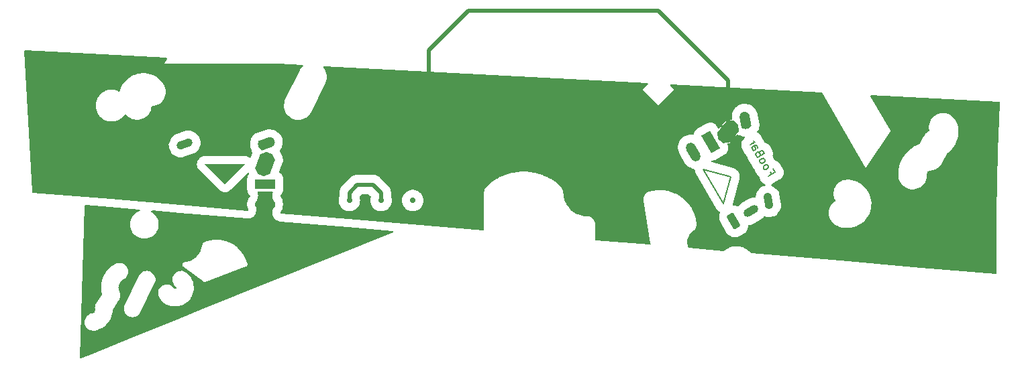
<source format=gbr>
G04 --- HEADER BEGIN --- *
G04 #@! TF.GenerationSoftware,LibrePCB,LibrePCB,0.1.2*
G04 #@! TF.CreationDate,2019-01-02T03:04:05*
G04 #@! TF.ProjectId,test_project,7c04f9d5-7366-4c4b-9e17-852ed57b3966,v1*
G04 #@! TF.Part,Single*
G04 #@! TF.SameCoordinates*
G04 #@! TF.FileFunction,Copper,L2,Bot*
G04 #@! TF.FilePolarity,Positive*
%FSLAX66Y66*%
%MOMM*%
G01*
G75*
G04 --- HEADER END --- *
G04 --- APERTURE LIST BEGIN --- *
G04 #@! TA.AperFunction,ComponentPad*
%AMOUTLINE10*4,1,23,-0.746681,-0.498916,-0.829667,-0.34366,-0.88077,-0.175196,-0.898026,0.0,-0.88077,0.175196,-0.829667,0.34366,-0.746681,0.498916,-0.635,0.635,0.635,0.635,0.786965,0.616548,0.930099,0.562265,1.056083,0.475304,1.157595,0.360721,1.228735,0.225174,1.26537,0.076541,1.26537,-0.076541,1.228735,-0.225174,1.157595,-0.360721,1.056083,-0.475304,0.930099,-0.562265,0.786965,-0.616548,0.635,-0.635,-0.635,-0.635,-0.746681,-0.498916,100.0*%
%ADD10OUTLINE10*%
G04 #@! TA.AperFunction,FiducialPad,Local*
%AMROTATEDRECT11*20,1,1.27,-1.27,0.0,1.27,0.0,120.0*%
%ADD11ROTATEDRECT11*%
G04 #@! TA.AperFunction,FiducialPad,Global*
%AMROTATEDOCTAGON12*4,1,8,1.0,0.207107,0.707107,0.5,-0.707107,0.5,-1.0,0.207107,-1.0,-0.207107,-0.707107,-0.5,0.707107,-0.5,1.0,-0.207107,1.0,0.207107,100.0*%
%ADD12ROTATEDOCTAGON12*%
G04 #@! TA.AperFunction,SMDPad,CuDef*
%AMROUNDEDRECT13*20,1,1.0,-0.75,0.0,0.75,0.0,120.0*20,1,0.5,-1.0,0.0,1.0,0.0,120.0*1,1,0.5,0.158494,-0.774519*1,1,0.5,-0.591506,0.524519*1,1,0.5,-0.158494,0.774519*1,1,0.5,0.591506,-0.524519*%
%ADD13ROUNDEDRECT13*%
G04 #@! TA.AperFunction,ComponentPad*
%AMROTATEDOBROUND14*1,1,1.27,0.3175,-0.549926*1,1,1.27,-0.3175,0.549926*20,1,1.27,0.3175,-0.549926,-0.3175,0.549926,0*%
%ADD14ROTATEDOBROUND14*%
%AMROTATEDOCTAGON15*4,1,8,1.5,0.414214,0.914214,1.0,-0.914214,1.0,-1.5,0.414214,-1.5,-0.414214,-0.914214,-1.0,0.914214,-1.0,1.5,-0.414214,1.5,0.414214,50.0*%
%ADD15ROTATEDOCTAGON15*%
G04 #@! TA.AperFunction,SMDPad,CuDef*
%AMROTATEDOBROUND16*1,1,1.0,-0.433013,-0.25*1,1,1.0,0.433013,0.25*20,1,1.0,-0.433013,-0.25,0.433013,0.25,0*%
%ADD16ROTATEDOBROUND16*%
G04 #@! TA.AperFunction,Conductor*
%ADD17C,0.2*%
G04 #@! TA.AperFunction,NonConductor*
%ADD18C,0.2*%
G04 #@! TA.AperFunction,ComponentPad*
%AMOUTLINE19*4,1,23,0.746681,-0.498916,0.829667,-0.34366,0.88077,-0.175196,0.898026,0.0,0.88077,0.175196,0.829667,0.34366,0.746681,0.498916,0.635,0.635,-0.635,0.635,-0.786965,0.616548,-0.930099,0.562265,-1.056083,0.475304,-1.157595,0.360721,-1.228735,0.225174,-1.26537,0.076541,-1.26537,-0.076541,-1.228735,-0.225174,-1.157595,-0.360721,-1.056083,-0.475304,-0.930099,-0.562265,-0.786965,-0.616548,-0.635,-0.635,0.635,-0.635,0.746681,-0.498916,200.0*%
%ADD19OUTLINE19*%
G04 #@! TA.AperFunction,FiducialPad,Local*
%ADD20R,2.54X1.27*%
G04 #@! TA.AperFunction,SMDPad,CuDef*
%AMROTATEDOCTAGON21*4,1,8,1.0,0.207107,0.707107,0.5,-0.707107,0.5,-1.0,0.207107,-1.0,-0.207107,-0.707107,-0.5,0.707107,-0.5,1.0,-0.207107,1.0,0.207107,20.0*%
%ADD21ROTATEDOCTAGON21*%
G04 #@! TA.AperFunction,ComponentPad*
%ADD22O,2.54X1.27*%
%AMROTATEDOCTAGON23*4,1,8,1.5,0.414214,0.914214,1.0,-0.914214,1.0,-1.5,0.414214,-1.5,-0.414214,-0.914214,-1.0,0.914214,-1.0,1.5,-0.414214,1.5,0.414214,70.0*%
%ADD23ROTATEDOCTAGON23*%
G04 #@! TA.AperFunction,Conductor*
%ADD24C,0.01*%
G04 #@! TA.AperFunction,ViaPad*
%ADD25C,2.0*%
%ADD26C,0.7*%
G04 #@! TA.AperFunction,Conductor*
%ADD27C,0.5*%
G04 #@! TD*
G04 --- APERTURE LIST END --- *
G04 --- BOARD BEGIN --- *
D10*
G04 #@! TO.N,N/C*
G04 #@! TO.C,D2*
G04 #@! TO.P,D2,4,4*
X60012659Y41970886D03*
D11*
G04 #@! TO.N,N3*
G04 #@! TO.P,D2,2,2*
X55613250Y39430886D03*
D12*
G04 #@! TO.N,Hello*
G04 #@! TO.P,D2,7,6*
X62892955Y31902068D03*
D13*
G04 #@! TO.N,N/C*
G04 #@! TO.P,D2,5,5*
X58493546Y29362068D03*
D14*
G04 #@! TO.N,N3*
G04 #@! TO.P,D2,1,1*
X53413546Y38160886D03*
D15*
G04 #@! TO.N,GND*
G04 #@! TO.P,D2,3,3*
X57812955Y40700886D03*
D16*
G04 #@! TO.N,Hello*
G04 #@! TO.P,D2,6,6*
X60693250Y30632068D03*
D17*
G04 #@! TD.P*
G04 #@! TO.N,*
X54683546Y35961182D02*
X57223546Y31561773D01*
X58153250Y35031477D01*
X54683546Y35961182D01*
D18*
X63131520Y35615525D02*
X63298186Y35326850D01*
X62844967Y35065184D02*
X63710992Y35565184D01*
X63472658Y35977990D01*
X62311633Y35988945D02*
X62400232Y35931043D01*
X62465498Y35913555D01*
X62571178Y35919400D01*
X62819439Y36062733D01*
X62877341Y36151332D01*
X62894829Y36216598D01*
X62888984Y36322278D01*
X62817317Y36446408D01*
X62728162Y36505273D01*
X62662896Y36522761D01*
X62557772Y36515953D01*
X62309511Y36372619D01*
X62251054Y36284983D01*
X62233566Y36219718D01*
X62239967Y36113075D01*
X62311633Y35988945D01*
X61849967Y36788574D02*
X61938566Y36730673D01*
X62003832Y36713185D01*
X62109511Y36719030D01*
X62357772Y36862363D01*
X62415674Y36950962D01*
X62433162Y37016228D01*
X62427317Y37121908D01*
X62355651Y37246038D01*
X62266496Y37304903D01*
X62201230Y37322391D01*
X62096106Y37315583D01*
X61847845Y37172249D01*
X61789387Y37084613D01*
X61771899Y37019347D01*
X61778300Y36912704D01*
X61849967Y36788574D01*
X61769853Y37974001D02*
X61657772Y38074799D01*
X61593062Y38091324D01*
X61486419Y38084923D01*
X61362289Y38013256D01*
X61304388Y37924657D01*
X61286344Y37860354D01*
X61292745Y37753711D01*
X61483300Y37423659D01*
X62349325Y37923659D01*
X62182659Y38212334D01*
X62093504Y38271199D01*
X62028238Y38288687D01*
X61923114Y38281879D01*
X61840360Y38234101D01*
X61780940Y38145910D01*
X61763452Y38080644D01*
X61769853Y37974001D01*
X61936520Y37685326D01*
X60759411Y38677472D02*
X61212631Y38939138D01*
X61319274Y38945539D01*
X61408429Y38886675D01*
X61503429Y38722130D01*
X61509829Y38615488D01*
X60800788Y38701361D02*
X60807189Y38594718D01*
X60926078Y38388796D01*
X61015233Y38329932D01*
X61121875Y38336333D01*
X61203666Y38383555D01*
X61262530Y38472710D01*
X61256130Y38579352D01*
X61137241Y38785274D01*
X61130840Y38891916D01*
X60559411Y39023882D02*
X61136762Y39357216D01*
X60972217Y39262216D02*
X61030119Y39350815D01*
X61047607Y39416081D01*
X61041762Y39521760D01*
X60993984Y39604514D01*
D19*
G04 #@! TO.N,N3*
G04 #@! TO.C,D1*
G04 #@! TO.P,D1,4,4*
X-620000Y39140000D03*
D20*
G04 #@! TO.N,N/C*
G04 #@! TO.P,D1,2,2*
X-620000Y34060000D03*
D21*
G04 #@! TO.N,Hello*
G04 #@! TO.P,D1,8,!8*
X-10780000Y39140000D03*
D22*
G04 #@! TO.N,FOO*
G04 #@! TO.P,D1,1,1*
X-620000Y31520000D03*
D23*
G04 #@! TO.N,VCC*
G04 #@! TO.P,D1,3,3*
X-620000Y36600000D03*
D24*
G04 #@! TD.P*
G04 #@! TA.AperFunction,Conductor*
G04 #@! TO.N,*
G36*
X-3160000Y36600000D02*
X-8240000Y36600000D01*
X-5700000Y34060000D01*
X-3160000Y36600000D01*
G37*
D25*
G04 #@! TD.AperFunction*
G04 #@! TD.C*
G04 #@! TO.N,GND*
X16000000Y46000000D03*
D26*
G04 #@! TO.N,N/C*
X18000000Y32000000D03*
D25*
G04 #@! TO.N,GND*
X20000000Y46000000D03*
D27*
X57812955Y47187045D02*
X49000000Y56000000D01*
X57812955Y40700886D02*
X57812955Y47187045D01*
X20000000Y51000000D02*
X20000000Y46000000D01*
X25000000Y56000000D02*
X20000000Y51000000D01*
X49000000Y56000000D02*
X25000000Y56000000D01*
D25*
X12000000Y46000000D03*
D26*
G04 #@! TO.N,N/C*
X14000000Y32000000D03*
X10000000Y32000000D03*
D27*
X11000000Y34000000D02*
X13000000Y34000000D01*
X10000000Y32000000D02*
X10000000Y33000000D01*
X14000000Y32000000D02*
X14000000Y33000000D01*
X13000000Y34000000D02*
X14000000Y33000000D01*
X10000000Y33000000D02*
X11000000Y34000000D01*
D24*
G04 #@! TA.AperFunction,Conductor*
G04 #@! TO.N,FOO*
G36*
X-23994967Y12153518D02*
X-23977422Y12093584D01*
X-23927740Y12055746D01*
X-23857576Y12057518D01*
X-22335153Y12672342D01*
X-22335153Y15542726D01*
X-22344346Y15542991D01*
X-22536677Y15566427D01*
X-22545669Y15568378D01*
X-22730416Y15626755D01*
X-22738896Y15630325D01*
X-22909762Y15721650D01*
X-22917454Y15726726D01*
X-23068627Y15847890D01*
X-23075253Y15854291D01*
X-23201594Y16001176D01*
X-23206924Y16008675D01*
X-23304122Y16176273D01*
X-23307989Y16184634D01*
X-23372735Y16367238D01*
X-23374998Y16376161D01*
X-23405090Y16567562D01*
X-23405674Y16576740D01*
X-23400085Y16770401D01*
X-23398970Y16779551D01*
X-23357890Y16968884D01*
X-23355116Y16977665D01*
X-23279945Y17156230D01*
X-23275606Y17164348D01*
X-23168898Y17326070D01*
X-23163148Y17333244D01*
X-23028542Y17472602D01*
X-23021564Y17478605D01*
X-22863646Y17590853D01*
X-22855683Y17595471D01*
X-22679832Y17676791D01*
X-22671153Y17679869D01*
X-22480730Y17728156D01*
X-22477018Y17729174D01*
X-22373541Y17759697D01*
X-22349680Y17770288D01*
X-22267212Y17820696D01*
X-22246906Y17837101D01*
X-22180296Y17907134D01*
X-22164929Y17928235D01*
X-22118714Y18013121D01*
X-22109330Y18037483D01*
X-22086661Y18131437D01*
X-22083903Y18157395D01*
X-22086605Y18265270D01*
X-22086776Y18269116D01*
X-22092580Y18360335D01*
X-22092677Y18361711D01*
X-22099518Y18449988D01*
X-22099341Y18461725D01*
X-22099345Y18461915D01*
X-22099334Y18462452D01*
X-22099323Y18462607D01*
X-22098985Y18474344D01*
X-22088256Y18562390D01*
X-22088099Y18563761D01*
X-22078599Y18651822D01*
X-22076266Y18663341D01*
X-22076239Y18663506D01*
X-22076130Y18664024D01*
X-22076088Y18664187D01*
X-22073597Y18675671D01*
X-22046874Y18760239D01*
X-22046468Y18761557D01*
X-22020950Y18846368D01*
X-22016541Y18857260D01*
X-22016480Y18857429D01*
X-22016281Y18857912D01*
X-22016213Y18858057D01*
X-22011649Y18868898D01*
X-21969841Y18947119D01*
X-21969199Y18948339D01*
X-21927462Y19029086D01*
X-21925165Y19033068D01*
X-21244486Y20096270D01*
X-21230735Y20170236D01*
X-21298335Y20500582D01*
X-21299115Y20505762D01*
X-21332471Y20848096D01*
X-21332705Y20853316D01*
X-21330094Y21197269D01*
X-21329781Y21202475D01*
X-21291231Y21544273D01*
X-21290374Y21549429D01*
X-21216309Y21885319D01*
X-21214917Y21890360D01*
X-21106153Y22216655D01*
X-21104237Y22221534D01*
X-20961959Y22534678D01*
X-20959549Y22539321D01*
X-20785313Y22835885D01*
X-20782432Y22840247D01*
X-20578152Y23116971D01*
X-20574837Y23121002D01*
X-20342750Y23374860D01*
X-20339021Y23378533D01*
X-20081662Y23606747D01*
X-20077596Y23609988D01*
X-19797787Y23810053D01*
X-19793390Y23812861D01*
X-19495085Y23982082D01*
X-19488561Y23985182D01*
X-19307079Y24055834D01*
X-19298231Y24058367D01*
X-19107842Y24094281D01*
X-19098680Y24095146D01*
X-18904932Y24095465D01*
X-18895764Y24094631D01*
X-18705268Y24059345D01*
X-18696398Y24056838D01*
X-18515626Y23987149D01*
X-18507377Y23983058D01*
X-18342487Y23881339D01*
X-18335125Y23875798D01*
X-18191731Y23745509D01*
X-18185524Y23738723D01*
X-18068508Y23584299D01*
X-18063651Y23576484D01*
X-17977003Y23403188D01*
X-17973665Y23394611D01*
X-17920338Y23208356D01*
X-17918629Y23199299D01*
X-17900435Y23006419D01*
X-17900421Y22997203D01*
X-17917979Y22804260D01*
X-17919654Y22795215D01*
X-17972371Y22608769D01*
X-17975679Y22600186D01*
X-18061755Y22426607D01*
X-18066589Y22418771D01*
X-18183088Y22263971D01*
X-18189280Y22257155D01*
X-18332244Y22126394D01*
X-18339582Y22120834D01*
X-18508065Y22016129D01*
X-18669340Y21917047D01*
X-18683340Y21906663D01*
X-18818415Y21786886D01*
X-18830400Y21774228D01*
X-18942624Y21632814D01*
X-18952228Y21618267D01*
X-19038192Y21459511D01*
X-19045124Y21443518D01*
X-19102211Y21272255D01*
X-19106261Y21255301D01*
X-19132742Y21076725D01*
X-19133787Y21059326D01*
X-19128856Y20878857D01*
X-19126863Y20861540D01*
X-19090669Y20684671D01*
X-19085699Y20667964D01*
X-19016129Y20491935D01*
X-19016125Y20491925D01*
X-18995711Y20439486D01*
X-18992701Y20432544D01*
X-18970411Y20386036D01*
X-18967213Y20377398D01*
X-18959034Y20346914D01*
X-18955637Y20336550D01*
X-18944167Y20307087D01*
X-18941631Y20298228D01*
X-18932056Y20247468D01*
X-18930373Y20240089D01*
X-18917008Y20190280D01*
X-18915451Y20181193D01*
X-18913014Y20149737D01*
X-18911580Y20138925D01*
X-18905717Y20107843D01*
X-18904852Y20098680D01*
X-18904767Y20047012D01*
X-18904468Y20039452D01*
X-18900485Y19988042D01*
X-18900623Y19978827D01*
X-18904008Y19947456D01*
X-18904585Y19936563D01*
X-18904533Y19904932D01*
X-18905367Y19895766D01*
X-18914777Y19844967D01*
X-18915873Y19837478D01*
X-18921404Y19786202D01*
X-18923231Y19777184D01*
X-18932328Y19746947D01*
X-18934895Y19736350D01*
X-18940653Y19705267D01*
X-18943159Y19696402D01*
X-18961742Y19648199D01*
X-18964195Y19641039D01*
X-18979055Y19591649D01*
X-18982509Y19583119D01*
X-18997005Y19555072D01*
X-19001477Y19545126D01*
X-19012850Y19515624D01*
X-19016942Y19507372D01*
X-19044058Y19463417D01*
X-19047785Y19456830D01*
X-19072534Y19408947D01*
X-19074834Y19404960D01*
X-19871347Y18160827D01*
X-19887096Y18109439D01*
X-19890666Y17968361D01*
X-19891184Y17962338D01*
X-19937272Y17649204D01*
X-19938506Y17643312D01*
X-20022005Y17338002D01*
X-20023943Y17332295D01*
X-20143632Y17039282D01*
X-20146244Y17033851D01*
X-20300382Y16757396D01*
X-20303626Y16752325D01*
X-20489961Y16496467D01*
X-20493798Y16491817D01*
X-20709611Y16260290D01*
X-20713984Y16256133D01*
X-20956132Y16052307D01*
X-20960970Y16048711D01*
X-21225917Y15875560D01*
X-21231161Y15872568D01*
X-21515048Y15732616D01*
X-21520607Y15730281D01*
X-21819294Y15625569D01*
X-21825100Y15623919D01*
X-22133449Y15556144D01*
X-22141000Y15555080D01*
X-22335153Y15542726D01*
X-22335153Y12672342D01*
X-17356487Y14682957D01*
X-17356487Y17242393D01*
X-17549499Y17259191D01*
X-17558561Y17260832D01*
X-17745209Y17312813D01*
X-17753802Y17316087D01*
X-17927722Y17401480D01*
X-17935573Y17406281D01*
X-18090834Y17522173D01*
X-18097671Y17528336D01*
X-18228998Y17670788D01*
X-18234583Y17678098D01*
X-18337496Y17842253D01*
X-18341648Y17850477D01*
X-18412640Y18030733D01*
X-18415213Y18039588D01*
X-18451875Y18229826D01*
X-18452776Y18238987D01*
X-18453858Y18432728D01*
X-18453060Y18441900D01*
X-18418524Y18632535D01*
X-18416052Y18641413D01*
X-18346248Y18824629D01*
X-18344414Y18828845D01*
X-16550393Y22482734D01*
X-16548176Y22486769D01*
X-16445892Y22654043D01*
X-16440387Y22661418D01*
X-16310662Y22805324D01*
X-16303897Y22811561D01*
X-16149942Y22929180D01*
X-16142134Y22934075D01*
X-15969186Y23021402D01*
X-15960627Y23024773D01*
X-15774574Y23078834D01*
X-15765534Y23080576D01*
X-15572719Y23099531D01*
X-15563514Y23099582D01*
X-15370505Y23082783D01*
X-15361435Y23081140D01*
X-15174797Y23029163D01*
X-15166196Y23025886D01*
X-14992279Y22940495D01*
X-14984428Y22935694D01*
X-14829173Y22819808D01*
X-14822322Y22813632D01*
X-14691004Y22671188D01*
X-14685418Y22663876D01*
X-14582504Y22499721D01*
X-14578356Y22491505D01*
X-14507361Y22311243D01*
X-14504788Y22302388D01*
X-14468126Y22112150D01*
X-14467225Y22102989D01*
X-14466143Y21909248D01*
X-14466941Y21900075D01*
X-14501477Y21709437D01*
X-14503946Y21700568D01*
X-14573752Y21517345D01*
X-14575586Y21513129D01*
X-16369607Y17859240D01*
X-16371824Y17855205D01*
X-16474108Y17687931D01*
X-16479613Y17680556D01*
X-16609338Y17536650D01*
X-16616102Y17530413D01*
X-16770058Y17412795D01*
X-16777867Y17407899D01*
X-16950814Y17320573D01*
X-16959373Y17317202D01*
X-17145426Y17263140D01*
X-17154466Y17261398D01*
X-17347282Y17242444D01*
X-17356487Y17242393D01*
X-17356487Y14682957D01*
X-11859196Y16903016D01*
X-11859196Y18614239D01*
X-12158407Y18616942D01*
X-12164850Y18617417D01*
X-12461204Y18658672D01*
X-12467531Y18659974D01*
X-12756105Y18739094D01*
X-12762192Y18741195D01*
X-13038150Y18856856D01*
X-13043940Y18859736D01*
X-13302685Y19010010D01*
X-13308040Y19013603D01*
X-13545249Y19195979D01*
X-13550102Y19200236D01*
X-13761830Y19411683D01*
X-13766079Y19416513D01*
X-13948351Y19652939D01*
X-13952637Y19659505D01*
X-14045808Y19830160D01*
X-14049458Y19838618D01*
X-14109470Y20022830D01*
X-14111502Y20031815D01*
X-14136643Y20223911D01*
X-14136991Y20233119D01*
X-14126406Y20426572D01*
X-14125057Y20435679D01*
X-14079103Y20623895D01*
X-14076103Y20632601D01*
X-13996350Y20809165D01*
X-13991800Y20817173D01*
X-13880960Y20976079D01*
X-13875020Y20983110D01*
X-13736866Y21118946D01*
X-13729735Y21124766D01*
X-13568972Y21232902D01*
X-13560894Y21237312D01*
X-13383004Y21314066D01*
X-13374243Y21316920D01*
X-13185279Y21359679D01*
X-13176154Y21360873D01*
X-12982545Y21368184D01*
X-12973352Y21367681D01*
X-12781693Y21339290D01*
X-12772761Y21337109D01*
X-12589585Y21273984D01*
X-12581187Y21270191D01*
X-12412739Y21174489D01*
X-12405184Y21169219D01*
X-12257185Y21044192D01*
X-12250727Y21037624D01*
X-12129281Y20888826D01*
X-12120737Y20879607D01*
X-12089268Y20849668D01*
X-12052193Y20827326D01*
X-12026064Y20818546D01*
X-11983019Y20813966D01*
X-11955631Y20817051D01*
X-11914680Y20831094D01*
X-11891160Y20845467D01*
X-11859989Y20875492D01*
X-11844746Y20898456D01*
X-11829179Y20938852D01*
X-11825070Y20966108D01*
X-11828035Y21009295D01*
X-11835830Y21035733D01*
X-11856768Y21073619D01*
X-11885507Y21106186D01*
X-11894398Y21115068D01*
X-12038550Y21242009D01*
X-12044863Y21248699D01*
X-12164267Y21401287D01*
X-12169243Y21409021D01*
X-12258574Y21580946D01*
X-12262047Y21589472D01*
X-12318266Y21774885D01*
X-12320113Y21783900D01*
X-12341305Y21976484D01*
X-12341464Y21985689D01*
X-12326909Y22178882D01*
X-12325372Y22187965D01*
X-12275568Y22375188D01*
X-12272385Y22383842D01*
X-12189025Y22558730D01*
X-12184315Y22566637D01*
X-12070234Y22723234D01*
X-12064146Y22730147D01*
X-11923237Y22863113D01*
X-11915989Y22868785D01*
X-11753035Y22973602D01*
X-11744872Y22977843D01*
X-11565442Y23050928D01*
X-11556629Y23053601D01*
X-11366819Y23092474D01*
X-11357675Y23093479D01*
X-11163964Y23096811D01*
X-11154772Y23096119D01*
X-10963743Y23063801D01*
X-10954854Y23061436D01*
X-10773010Y22994563D01*
X-10764701Y22990602D01*
X-10597654Y22891105D01*
X-10591248Y22886573D01*
X-10361831Y22695587D01*
X-10357147Y22691146D01*
X-10153777Y22471646D01*
X-10149717Y22466652D01*
X-9976340Y22222763D01*
X-9972957Y22217286D01*
X-9832474Y21953087D01*
X-9829820Y21947208D01*
X-9724578Y21667119D01*
X-9722696Y21660920D01*
X-9654444Y21369611D01*
X-9653379Y21363236D01*
X-9623252Y21065532D01*
X-9623019Y21059103D01*
X-9631523Y20759989D01*
X-9632122Y20753571D01*
X-9679119Y20458059D01*
X-9680540Y20451775D01*
X-9765240Y20164790D01*
X-9767464Y20158729D01*
X-9888457Y19885063D01*
X-9891439Y19879348D01*
X-10046703Y19623565D01*
X-10050403Y19618273D01*
X-10237349Y19384639D01*
X-10241695Y19379876D01*
X-10457201Y19172294D01*
X-10462125Y19168130D01*
X-10702606Y18990057D01*
X-10708014Y18986570D01*
X-10969435Y18840993D01*
X-10975270Y18838221D01*
X-11253273Y18727564D01*
X-11259405Y18725572D01*
X-11549360Y18651679D01*
X-11555704Y18650492D01*
X-11852769Y18614597D01*
X-11859196Y18614239D01*
X-11859196Y16903016D01*
X-8233298Y18367321D01*
X-8233298Y21701606D01*
X-8251324Y21701745D01*
X-8341634Y21719168D01*
X-8356381Y21724537D01*
X-8416763Y21758140D01*
X-8422388Y21761786D01*
X-10956037Y23657035D01*
X-10962799Y23663132D01*
X-11027494Y23733174D01*
X-11037115Y23748421D01*
X-11070782Y23832697D01*
X-11074315Y23850377D01*
X-11075623Y23941123D01*
X-11072602Y23958891D01*
X-11041376Y24044106D01*
X-11032199Y24059623D01*
X-10973895Y24126516D01*
X-10956279Y24139389D01*
X-10829521Y24194219D01*
X-10816966Y24197786D01*
X-10525042Y24240547D01*
X-10513653Y24242898D01*
X-10244785Y24314942D01*
X-10233747Y24318600D01*
X-9975070Y24421364D01*
X-9964530Y24426279D01*
X-9719549Y24558372D01*
X-9709652Y24564477D01*
X-9481647Y24724128D01*
X-9472525Y24731340D01*
X-9264600Y24916377D01*
X-9256377Y24924600D01*
X-9071340Y25132525D01*
X-9064128Y25141647D01*
X-8904477Y25369652D01*
X-8898372Y25379549D01*
X-8766279Y25624530D01*
X-8761364Y25635070D01*
X-8658600Y25893747D01*
X-8654942Y25904785D01*
X-8582898Y26173653D01*
X-8580547Y26185042D01*
X-8537495Y26478952D01*
X-8535356Y26487813D01*
X-8504617Y26578066D01*
X-8495801Y26593787D01*
X-8437521Y26663837D01*
X-8424282Y26675019D01*
X-8348674Y26718899D01*
X-8341089Y26722487D01*
X-7989889Y26853751D01*
X-7987453Y26854591D01*
X-7960548Y26863102D01*
X-7958090Y26863810D01*
X-7592452Y26959130D01*
X-7589939Y26959716D01*
X-7562310Y26965423D01*
X-7559790Y26965876D01*
X-7186280Y27023225D01*
X-7183769Y27023545D01*
X-7155695Y27026391D01*
X-7153114Y27026586D01*
X-6775703Y27045353D01*
X-6773180Y27045414D01*
X-6744941Y27045367D01*
X-6742378Y27045297D01*
X-6365041Y27025286D01*
X-6362478Y27025083D01*
X-6334444Y27022148D01*
X-6331857Y27021810D01*
X-5958574Y26963235D01*
X-5956067Y26962776D01*
X-5928455Y26956978D01*
X-5925935Y26956381D01*
X-5560613Y26859857D01*
X-5558165Y26859142D01*
X-5531292Y26850544D01*
X-5528849Y26849692D01*
X-5175358Y26716241D01*
X-5172967Y26715268D01*
X-5147136Y26703970D01*
X-5144779Y26702867D01*
X-4806829Y26533891D01*
X-4804560Y26532683D01*
X-4779973Y26518769D01*
X-4777825Y26517480D01*
X-4458919Y26314725D01*
X-4456812Y26313308D01*
X-4433794Y26296958D01*
X-4431738Y26295417D01*
X-4135314Y26061066D01*
X-4133365Y26059441D01*
X-4112147Y26040819D01*
X-4110249Y26039065D01*
X-3839433Y25775595D01*
X-3837628Y25773747D01*
X-3818436Y25753056D01*
X-3816756Y25751149D01*
X-3574318Y25461253D01*
X-3572754Y25459282D01*
X-3555773Y25436717D01*
X-3554281Y25434626D01*
X-3342859Y25121452D01*
X-3341489Y25119307D01*
X-3326897Y25095101D01*
X-3325651Y25092907D01*
X-3147427Y24759695D01*
X-3146277Y24757407D01*
X-3134267Y24731883D01*
X-3133220Y24729501D01*
X-2990110Y24379841D01*
X-2989182Y24377398D01*
X-2979858Y24350799D01*
X-2979066Y24348339D01*
X-2873461Y23988971D01*
X-2871701Y23980034D01*
X-2861898Y23885191D01*
X-2863336Y23867223D01*
X-2886901Y23779580D01*
X-2894668Y23763314D01*
X-2947744Y23690261D01*
X-2961561Y23677373D01*
X-3050642Y23621676D01*
X-3059617Y23617248D01*
X-8130620Y21720612D01*
X-8139410Y21718213D01*
X-8233298Y21701606D01*
X-8233298Y18367321D01*
X15509401Y27955719D01*
X15557110Y27996016D01*
X15571608Y28056759D01*
X15547241Y28114259D01*
X15480386Y28148085D01*
X9808336Y28628028D01*
X1286536Y29349104D01*
X1281401Y29349808D01*
X1085797Y29387021D01*
X1076078Y29389919D01*
X898471Y29463265D01*
X893958Y29465399D01*
X827709Y29500878D01*
X824999Y29502440D01*
X723888Y29564985D01*
X717378Y29569783D01*
X573553Y29694991D01*
X566731Y29702248D01*
X451242Y29852786D01*
X445996Y29861259D01*
X361626Y30034009D01*
X359670Y30038581D01*
X339885Y30092070D01*
X338180Y30097671D01*
X285150Y30317406D01*
X283769Y30328136D01*
X280120Y30517401D01*
X280923Y30527330D01*
X315492Y30716441D01*
X316636Y30721307D01*
X332845Y30777498D01*
X333739Y30780285D01*
X371034Y30885858D01*
X374256Y30893093D01*
X466645Y31062869D01*
X469239Y31067117D01*
X558277Y31197711D01*
X565750Y31210655D01*
X600244Y31282282D01*
X605704Y31296195D01*
X629137Y31372163D01*
X632463Y31386734D01*
X644311Y31465341D01*
X645428Y31480245D01*
X645428Y31559755D01*
X644311Y31574659D01*
X632463Y31653266D01*
X629137Y31667837D01*
X605704Y31743805D01*
X600244Y31757718D01*
X565752Y31829341D01*
X558279Y31842285D01*
X469166Y31972989D01*
X469103Y31972946D01*
X465937Y31978040D01*
X386325Y32119109D01*
X381756Y32129299D01*
X379468Y32135049D01*
X376043Y32142557D01*
X351955Y32217018D01*
X351437Y32218577D01*
X321079Y32307408D01*
X317677Y32321986D01*
X317566Y32321960D01*
X316755Y32326041D01*
X315813Y32329541D01*
X297961Y32412331D01*
X297216Y32416729D01*
X276190Y32586380D01*
X275919Y32595797D01*
X288415Y32785399D01*
X290060Y32795225D01*
X339916Y32978292D01*
X344103Y32989218D01*
X347123Y33051595D01*
X312548Y33103600D01*
X250725Y33125000D01*
X-1500402Y33125000D01*
X-1559729Y33105500D01*
X-1595918Y33054605D01*
X-1594887Y32992252D01*
X-1543331Y32843506D01*
X-1541103Y32834363D01*
X-1513735Y32646335D01*
X-1513292Y32636379D01*
X-1523826Y32446930D01*
X-1525369Y32437095D01*
X-1573978Y32251104D01*
X-1575484Y32246330D01*
X-1595933Y32191283D01*
X-1597031Y32188574D01*
X-1604976Y32170517D01*
X-1609049Y32159566D01*
X-1609861Y32156918D01*
X-1613722Y32147728D01*
X-1618471Y32138988D01*
X-1622137Y32131517D01*
X-1642016Y32086338D01*
X-1645768Y32079368D01*
X-1675951Y32032602D01*
X-1679798Y32026117D01*
X-1705500Y31978814D01*
X-1709086Y31972935D01*
X-1709166Y31972989D01*
X-1798279Y31842285D01*
X-1805752Y31829341D01*
X-1840244Y31757718D01*
X-1845704Y31743805D01*
X-1869137Y31667837D01*
X-1872463Y31653266D01*
X-1884311Y31574659D01*
X-1885428Y31559755D01*
X-1885428Y31480245D01*
X-1884311Y31465341D01*
X-1872463Y31386734D01*
X-1869137Y31372163D01*
X-1845703Y31296191D01*
X-1840238Y31282268D01*
X-1839643Y31281033D01*
X-1837556Y31276021D01*
X-1767965Y31079540D01*
X-1765539Y31069461D01*
X-1740272Y30879091D01*
X-1739863Y30874111D01*
X-1737413Y30797356D01*
X-1737418Y30793989D01*
X-1741928Y30665858D01*
X-1742917Y30657565D01*
X-1781206Y30470900D01*
X-1784171Y30461392D01*
X-1858480Y30286803D01*
X-1863273Y30278080D01*
X-1972220Y30119676D01*
X-1975247Y30115715D01*
X-2012089Y30072198D01*
X-2016130Y30067957D01*
X-2181400Y29913745D01*
X-2190055Y29907274D01*
X-2353080Y29811034D01*
X-2362116Y29806855D01*
X-2543782Y29743980D01*
X-2548592Y29742580D01*
X-2605468Y29729074D01*
X-2608366Y29728475D01*
X-2718639Y29709044D01*
X-2726521Y29708293D01*
X-2919774Y29705273D01*
X-2924769Y29705445D01*
X-11396477Y30422282D01*
X-14898077Y30718571D01*
X-14958837Y30704142D01*
X-14999188Y30656480D01*
X-15003394Y30594172D01*
X-14954433Y30531161D01*
X-14889977Y30495965D01*
X-14883988Y30492116D01*
X-14684110Y30342490D01*
X-14678727Y30337825D01*
X-14502175Y30161273D01*
X-14497510Y30155890D01*
X-14347884Y29956012D01*
X-14344035Y29950023D01*
X-14224371Y29730877D01*
X-14221415Y29724404D01*
X-14134160Y29490462D01*
X-14132155Y29483636D01*
X-14079080Y29239656D01*
X-14078066Y29232601D01*
X-14060255Y28983565D01*
X-14060255Y28976435D01*
X-14078066Y28727399D01*
X-14079080Y28720344D01*
X-14132155Y28476364D01*
X-14134160Y28469538D01*
X-14221415Y28235596D01*
X-14224371Y28229123D01*
X-14344035Y28009977D01*
X-14347884Y28003988D01*
X-14497510Y27804110D01*
X-14502175Y27798727D01*
X-14678727Y27622175D01*
X-14684110Y27617510D01*
X-14883988Y27467884D01*
X-14889977Y27464035D01*
X-15109123Y27344371D01*
X-15115596Y27341415D01*
X-15349538Y27254160D01*
X-15356364Y27252155D01*
X-15600344Y27199080D01*
X-15607399Y27198066D01*
X-15856435Y27180255D01*
X-15863565Y27180255D01*
X-16112601Y27198066D01*
X-16119656Y27199080D01*
X-16363636Y27252155D01*
X-16370462Y27254160D01*
X-16604404Y27341415D01*
X-16610877Y27344371D01*
X-16830023Y27464035D01*
X-16836012Y27467884D01*
X-17035890Y27617510D01*
X-17041273Y27622175D01*
X-17217825Y27798727D01*
X-17222490Y27804110D01*
X-17372116Y28003988D01*
X-17375965Y28009977D01*
X-17495629Y28229123D01*
X-17498585Y28235596D01*
X-17585840Y28469538D01*
X-17587845Y28476364D01*
X-17640920Y28720344D01*
X-17641934Y28727399D01*
X-17659745Y28976435D01*
X-17659745Y28983565D01*
X-17641934Y29232601D01*
X-17640920Y29239656D01*
X-17587845Y29483636D01*
X-17585840Y29490462D01*
X-17498585Y29724404D01*
X-17495629Y29730877D01*
X-17375965Y29950023D01*
X-17372116Y29956012D01*
X-17222490Y30155890D01*
X-17217825Y30161273D01*
X-17041273Y30337825D01*
X-17035890Y30342490D01*
X-16836012Y30492116D01*
X-16830023Y30495965D01*
X-16610877Y30615629D01*
X-16604404Y30618585D01*
X-16487982Y30662008D01*
X-16439210Y30701011D01*
X-16423088Y30761344D01*
X-16445905Y30819476D01*
X-16514497Y30855345D01*
X-20217386Y31168666D01*
X-23257868Y31425938D01*
X-23318628Y31411509D01*
X-23358979Y31363847D01*
X-23366244Y31329572D01*
X-23994967Y12153518D01*
G37*
G04 #@! TO.N,GND*
G36*
X-30993816Y50888690D02*
X-30004820Y33086769D01*
X-29982059Y33028615D01*
X-29913406Y32992673D01*
X-20133072Y32165105D01*
X-20133072Y42004662D01*
X-20139863Y42005126D01*
X-20403532Y42041367D01*
X-20410200Y42042753D01*
X-20666466Y42114555D01*
X-20672897Y42116841D01*
X-20916992Y42222867D01*
X-20923053Y42226008D01*
X-21150435Y42364281D01*
X-21156020Y42368223D01*
X-21362448Y42536165D01*
X-21367441Y42540829D01*
X-21549091Y42735327D01*
X-21553397Y42740620D01*
X-21706864Y42958034D01*
X-21710412Y42963868D01*
X-21832853Y43200168D01*
X-21835567Y43206416D01*
X-21924689Y43457181D01*
X-21926532Y43463760D01*
X-21980676Y43724317D01*
X-21981605Y43731076D01*
X-21999767Y43996594D01*
X-21999767Y44003406D01*
X-21981605Y44268924D01*
X-21980676Y44275683D01*
X-21926532Y44536240D01*
X-21924689Y44542819D01*
X-21835567Y44793584D01*
X-21832853Y44799832D01*
X-21710412Y45036132D01*
X-21706864Y45041966D01*
X-21553397Y45259380D01*
X-21549091Y45264673D01*
X-21367441Y45459171D01*
X-21362448Y45463835D01*
X-21156020Y45631777D01*
X-21150435Y45635719D01*
X-20923053Y45773992D01*
X-20916992Y45777133D01*
X-20672897Y45883159D01*
X-20666466Y45885445D01*
X-20410200Y45957247D01*
X-20403532Y45958633D01*
X-20139863Y45994874D01*
X-20133072Y45995338D01*
X-19866928Y45995338D01*
X-19860137Y45994874D01*
X-19596468Y45958633D01*
X-19589800Y45957247D01*
X-19333534Y45885445D01*
X-19327103Y45883159D01*
X-19098240Y45783749D01*
X-19036056Y45777998D01*
X-18982586Y45810262D01*
X-18961294Y45851590D01*
X-18944683Y45919140D01*
X-18943032Y45924528D01*
X-18825459Y46242936D01*
X-18823212Y46248105D01*
X-18670601Y46551296D01*
X-18667797Y46556163D01*
X-18482090Y46840278D01*
X-18478743Y46844819D01*
X-18262278Y47106280D01*
X-18258467Y47110389D01*
X-18013992Y47345873D01*
X-18009730Y47349539D01*
X-17740345Y47556060D01*
X-17735707Y47559218D01*
X-17444821Y47734163D01*
X-17439840Y47736789D01*
X-17131147Y47877937D01*
X-17125922Y47879979D01*
X-16803311Y47985552D01*
X-16797875Y47986997D01*
X-16465456Y48055649D01*
X-16459907Y48056473D01*
X-16121871Y48087339D01*
X-16116248Y48087534D01*
X-15776885Y48080221D01*
X-15771299Y48079786D01*
X-15434897Y48034386D01*
X-15429384Y48033323D01*
X-15100224Y47950413D01*
X-15094871Y47948739D01*
X-14777103Y47829366D01*
X-14771966Y47827098D01*
X-14469639Y47672783D01*
X-14464781Y47669948D01*
X-14181712Y47482641D01*
X-14177192Y47479270D01*
X-13916963Y47261345D01*
X-13912867Y47257503D01*
X-13678768Y47011711D01*
X-13675116Y47007417D01*
X-13470358Y46737193D01*
X-13466832Y46731865D01*
X-13342424Y46514952D01*
X-13339335Y46508547D01*
X-13247203Y46276488D01*
X-13245049Y46269682D01*
X-13186882Y46026883D01*
X-13185721Y46019855D01*
X-13162699Y45771238D01*
X-13162550Y45764120D01*
X-13175145Y45514755D01*
X-13176012Y45507681D01*
X-13223962Y45262665D01*
X-13225831Y45255768D01*
X-13308167Y45020063D01*
X-13310987Y45013528D01*
X-13426028Y44791939D01*
X-13429764Y44785850D01*
X-13575166Y44582893D01*
X-13579718Y44577411D01*
X-13752539Y44397199D01*
X-13757813Y44392432D01*
X-13954519Y44238650D01*
X-13960436Y44234670D01*
X-14177005Y44110459D01*
X-14183441Y44107355D01*
X-14415487Y44015228D01*
X-14422293Y44013074D01*
X-14665092Y43954907D01*
X-14672120Y43953746D01*
X-14877269Y43934749D01*
X-14934546Y43909862D01*
X-14967207Y43848119D01*
X-14993875Y43643820D01*
X-14995295Y43636853D01*
X-15062520Y43396380D01*
X-15064919Y43389685D01*
X-15165684Y43161225D01*
X-15169010Y43154943D01*
X-15301253Y42943163D01*
X-15305456Y42937394D01*
X-15466485Y42746599D01*
X-15471466Y42741486D01*
X-15658006Y42575554D01*
X-15663666Y42571201D01*
X-15871934Y42433495D01*
X-15878130Y42430006D01*
X-16103885Y42323339D01*
X-16110531Y42320761D01*
X-16349157Y42247311D01*
X-16356099Y42245706D01*
X-16602756Y42206962D01*
X-16609847Y42206362D01*
X-16859521Y42203115D01*
X-16866613Y42203530D01*
X-17114206Y42235849D01*
X-17121173Y42237269D01*
X-17361646Y42304494D01*
X-17368341Y42306893D01*
X-17596801Y42407658D01*
X-17603083Y42410984D01*
X-17815187Y42543429D01*
X-17820371Y42547146D01*
X-18082743Y42761888D01*
X-18086895Y42765695D01*
X-18201258Y42883094D01*
X-18256624Y42911983D01*
X-18318332Y42902392D01*
X-18354584Y42870983D01*
X-18446603Y42740620D01*
X-18450909Y42735327D01*
X-18632559Y42540829D01*
X-18637552Y42536165D01*
X-18843980Y42368223D01*
X-18849565Y42364281D01*
X-19076947Y42226008D01*
X-19083008Y42222867D01*
X-19327103Y42116841D01*
X-19333534Y42114555D01*
X-19589800Y42042753D01*
X-19596468Y42041367D01*
X-19860137Y42005126D01*
X-19866928Y42004662D01*
X-20133072Y42004662D01*
X-20133072Y32165105D01*
X-11312163Y31418721D01*
X-11312163Y37429528D01*
X-11321940Y37429955D01*
X-11506273Y37456272D01*
X-11515777Y37458598D01*
X-11693760Y37521188D01*
X-11698297Y37523038D01*
X-12069253Y37696018D01*
X-12073588Y37698305D01*
X-12235933Y37794412D01*
X-12243831Y37800203D01*
X-12382476Y37924493D01*
X-12389083Y37931703D01*
X-12500821Y38080660D01*
X-12505894Y38089019D01*
X-12587483Y38259119D01*
X-12589393Y38263660D01*
X-12729376Y38648257D01*
X-12730833Y38652970D01*
X-12777669Y38835714D01*
X-12779157Y38845381D01*
X-12789307Y39031306D01*
X-12788880Y39041084D01*
X-12762564Y39225417D01*
X-12760239Y39234918D01*
X-12697648Y39412903D01*
X-12695798Y39417440D01*
X-12522818Y39788397D01*
X-12520531Y39792732D01*
X-12424424Y39955077D01*
X-12418633Y39962975D01*
X-12294343Y40101620D01*
X-12287133Y40108227D01*
X-12138176Y40219965D01*
X-12129817Y40225038D01*
X-11959717Y40306627D01*
X-11955176Y40308537D01*
X-10630887Y40790540D01*
X-10626174Y40791997D01*
X-10443429Y40838833D01*
X-10433764Y40840321D01*
X-10247837Y40850472D01*
X-10238060Y40850045D01*
X-10053727Y40823728D01*
X-10044223Y40821402D01*
X-9866240Y40758812D01*
X-9861703Y40756962D01*
X-9490747Y40583982D01*
X-9486412Y40581695D01*
X-9324067Y40485588D01*
X-9316169Y40479797D01*
X-9177524Y40355507D01*
X-9170917Y40348297D01*
X-9059179Y40199340D01*
X-9054106Y40190981D01*
X-8972517Y40020881D01*
X-8970607Y40016340D01*
X-8830624Y39631743D01*
X-8829167Y39627030D01*
X-8782331Y39444286D01*
X-8780843Y39434619D01*
X-8770693Y39248694D01*
X-8771120Y39238916D01*
X-8797436Y39054583D01*
X-8799761Y39045082D01*
X-8862352Y38867097D01*
X-8864202Y38862560D01*
X-9037182Y38491603D01*
X-9039469Y38487268D01*
X-9135576Y38324923D01*
X-9141367Y38317025D01*
X-9265657Y38178380D01*
X-9272867Y38171773D01*
X-9421824Y38060035D01*
X-9430183Y38054962D01*
X-9600283Y37973373D01*
X-9604824Y37971463D01*
X-10929113Y37489460D01*
X-10933826Y37488003D01*
X-11116571Y37441167D01*
X-11126236Y37439679D01*
X-11312163Y37429528D01*
X-11312163Y31418721D01*
X-2837961Y30701673D01*
X-2777201Y30716102D01*
X-2736850Y30763764D01*
X-2739434Y30844704D01*
X-2775358Y30919301D01*
X-2778081Y30926240D01*
X-2847904Y31152603D01*
X-2849564Y31159876D01*
X-2884871Y31394119D01*
X-2885428Y31401554D01*
X-2885428Y31638446D01*
X-2884871Y31645881D01*
X-2849564Y31880124D01*
X-2847904Y31887397D01*
X-2778081Y32113760D01*
X-2775358Y32120699D01*
X-2672572Y32334136D01*
X-2668849Y32340584D01*
X-2535404Y32536311D01*
X-2533770Y32538360D01*
X-2533486Y32539124D01*
X-2533294Y32539406D01*
X-2533364Y32539454D01*
X-2512024Y32596901D01*
X-2548512Y32678013D01*
X-2593311Y32714778D01*
X-2600224Y32721691D01*
X-2718353Y32865632D01*
X-2723787Y32873764D01*
X-2811561Y33037979D01*
X-2815308Y33047023D01*
X-2869358Y33225206D01*
X-2871267Y33234803D01*
X-2889759Y33422557D01*
X-2890000Y33427450D01*
X-2890000Y34692550D01*
X-2889759Y34697443D01*
X-2871267Y34885197D01*
X-2869358Y34894794D01*
X-2815308Y35072977D01*
X-2811561Y35082021D01*
X-2723787Y35246235D01*
X-2718355Y35254365D01*
X-2676040Y35305926D01*
X-2653478Y35364157D01*
X-2662711Y35411625D01*
X-2688680Y35467317D01*
X-2731425Y35512845D01*
X-2792846Y35524135D01*
X-2850020Y35495766D01*
X-4991387Y33354399D01*
X-4994522Y33351520D01*
X-5119345Y33246322D01*
X-5126925Y33241050D01*
X-5292360Y33147391D01*
X-5301474Y33143374D01*
X-5481879Y33084578D01*
X-5491602Y33082454D01*
X-5680092Y33060686D01*
X-5690054Y33060538D01*
X-5879104Y33076665D01*
X-5888895Y33078499D01*
X-6070970Y33131880D01*
X-6080200Y33135622D01*
X-6248035Y33224127D01*
X-6256338Y33229631D01*
X-6405174Y33351313D01*
X-6408873Y33354659D01*
X-8945740Y35891526D01*
X-8948364Y35894362D01*
X-9045063Y36007375D01*
X-9050205Y36014595D01*
X-9146420Y36178778D01*
X-9150572Y36187832D01*
X-9212053Y36367326D01*
X-9214326Y36377036D01*
X-9238906Y36565170D01*
X-9239203Y36575124D01*
X-9225900Y36764395D01*
X-9224211Y36774221D01*
X-9173557Y36957064D01*
X-9169951Y36966354D01*
X-9083965Y37135488D01*
X-9078584Y37143875D01*
X-8960699Y37292544D01*
X-8953761Y37299693D01*
X-8808677Y37421968D01*
X-8800454Y37427596D01*
X-8633965Y37518595D01*
X-8624792Y37522475D01*
X-8443531Y37578571D01*
X-8433771Y37580550D01*
X-8242491Y37599750D01*
X-8237497Y37600000D01*
X-3161945Y37600000D01*
X-3158063Y37599849D01*
X-3009777Y37588314D01*
X-3001043Y37586846D01*
X-2816922Y37538787D01*
X-2807574Y37535318D01*
X-2637176Y37451869D01*
X-2628708Y37446613D01*
X-2589659Y37416588D01*
X-2530741Y37395884D01*
X-2471029Y37414172D01*
X-2434737Y37461660D01*
X-2219188Y38053875D01*
X-2227666Y38139954D01*
X-2288094Y38239537D01*
X-2290441Y38243870D01*
X-2364443Y38398150D01*
X-2366353Y38402691D01*
X-2431717Y38582274D01*
X-2433174Y38586986D01*
X-2475653Y38752734D01*
X-2476641Y38757565D01*
X-2505711Y38946437D01*
X-2506221Y38951339D01*
X-2515550Y39122213D01*
X-2515576Y39127099D01*
X-2507239Y39318055D01*
X-2506785Y39322937D01*
X-2482598Y39492353D01*
X-2481669Y39497162D01*
X-2436244Y39682803D01*
X-2434843Y39687514D01*
X-2378429Y39847931D01*
X-2375620Y39854413D01*
X-2249697Y40096396D01*
X-2242911Y40106301D01*
X-2118273Y40247974D01*
X-2110974Y40254763D01*
X-1959837Y40369465D01*
X-1951337Y40374666D01*
X-1778175Y40458122D01*
X-1773545Y40460075D01*
X-583907Y40893067D01*
X-581066Y40894005D01*
X-468171Y40927529D01*
X-465282Y40928293D01*
X-320561Y40961909D01*
X-314628Y40962914D01*
X-80950Y40988109D01*
X-74919Y40988392D01*
X72108Y40986418D01*
X78112Y40985974D01*
X311039Y40954513D01*
X316956Y40953347D01*
X459229Y40916247D01*
X464983Y40914368D01*
X683577Y40828093D01*
X689061Y40825536D01*
X818320Y40755466D01*
X823442Y40752275D01*
X1015056Y40616179D01*
X1019761Y40612390D01*
X1128500Y40513418D01*
X1132709Y40509094D01*
X1286179Y40331102D01*
X1289836Y40326304D01*
X1371736Y40204177D01*
X1374783Y40198979D01*
X1481201Y39989428D01*
X1483610Y39983877D01*
X1533894Y39845723D01*
X1535614Y39839931D01*
X1588793Y39610990D01*
X1589798Y39605057D01*
X1605561Y39458861D01*
X1605844Y39452830D01*
X1602689Y39217823D01*
X1602245Y39211819D01*
X1582563Y39066098D01*
X1581397Y39060181D01*
X1522093Y38832760D01*
X1520214Y38827006D01*
X1466241Y38690255D01*
X1463684Y38684771D01*
X1351682Y38478159D01*
X1348491Y38473037D01*
X1263352Y38353167D01*
X1259561Y38348459D01*
X1239557Y38326480D01*
X1214046Y38269479D01*
X1222882Y38216910D01*
X1537643Y37541903D01*
X1539493Y37537366D01*
X1602083Y37359383D01*
X1604409Y37349879D01*
X1630726Y37165546D01*
X1631153Y37155769D01*
X1621002Y36969843D01*
X1619514Y36960178D01*
X1572678Y36777433D01*
X1571221Y36772720D01*
X1161499Y35647020D01*
X1159532Y35584601D01*
X1199913Y35529671D01*
X1209364Y35523356D01*
X1353309Y35405224D01*
X1360224Y35398309D01*
X1478353Y35254368D01*
X1483787Y35246236D01*
X1571561Y35082021D01*
X1575308Y35072977D01*
X1629358Y34894794D01*
X1631267Y34885197D01*
X1649759Y34697443D01*
X1650000Y34692550D01*
X1650000Y33427450D01*
X1649759Y33422557D01*
X1631267Y33234803D01*
X1629358Y33225206D01*
X1575308Y33047023D01*
X1571561Y33037979D01*
X1483787Y32873764D01*
X1478353Y32865632D01*
X1360224Y32721691D01*
X1353311Y32714778D01*
X1308512Y32678013D01*
X1275022Y32625303D01*
X1293512Y32539555D01*
X1293294Y32539406D01*
X1293660Y32538869D01*
X1293770Y32538360D01*
X1295404Y32536311D01*
X1428849Y32340584D01*
X1432572Y32334136D01*
X1535358Y32120699D01*
X1538081Y32113760D01*
X1607904Y31887397D01*
X1609564Y31880124D01*
X1644871Y31645881D01*
X1645428Y31638446D01*
X1645428Y31401554D01*
X1644871Y31394119D01*
X1609564Y31159876D01*
X1607904Y31152603D01*
X1538081Y30926240D01*
X1535358Y30919301D01*
X1432572Y30705864D01*
X1428849Y30699416D01*
X1294073Y30501737D01*
X1276764Y30441734D01*
X1298429Y30383162D01*
X1368265Y30345762D01*
X9892650Y29624467D01*
X9892650Y30654611D01*
X9884441Y30655291D01*
X9672672Y30690630D01*
X9664687Y30692652D01*
X9461618Y30762365D01*
X9454080Y30765671D01*
X9265258Y30867856D01*
X9258354Y30872367D01*
X9088933Y31004234D01*
X9082872Y31009812D01*
X8937462Y31167769D01*
X8932395Y31174280D01*
X8814968Y31354015D01*
X8811053Y31361249D01*
X8724805Y31557876D01*
X8722133Y31565659D01*
X8669428Y31773783D01*
X8668070Y31781926D01*
X8650342Y31995873D01*
X8650342Y32004127D01*
X8668070Y32218074D01*
X8669428Y32226217D01*
X8722131Y32434330D01*
X8724812Y32442139D01*
X8741577Y32480360D01*
X8750000Y32520529D01*
X8750000Y32997805D01*
X8750192Y33002192D01*
X8754375Y33050007D01*
X8754756Y33058722D01*
X8754756Y33104575D01*
X8755515Y33113250D01*
X8763477Y33158406D01*
X8764615Y33167054D01*
X8768610Y33212713D01*
X8770119Y33221272D01*
X8781983Y33265552D01*
X8783871Y33274068D01*
X8791834Y33319224D01*
X8794087Y33327632D01*
X8809765Y33370707D01*
X8812389Y33379027D01*
X8824256Y33423317D01*
X8827225Y33431472D01*
X8846602Y33473026D01*
X8849940Y33481086D01*
X8865623Y33524175D01*
X8869298Y33532056D01*
X8892222Y33571763D01*
X8896249Y33579499D01*
X8915618Y33621035D01*
X8919976Y33628584D01*
X8946264Y33666125D01*
X8950954Y33673485D01*
X8973879Y33713194D01*
X8978867Y33720319D01*
X9008335Y33755436D01*
X9013647Y33762359D01*
X9039938Y33799908D01*
X9045530Y33806571D01*
X9077950Y33838991D01*
X9083843Y33845422D01*
X9114709Y33882206D01*
X9117666Y33885433D01*
X10114579Y34882346D01*
X10117780Y34885279D01*
X10154575Y34916154D01*
X10161007Y34922048D01*
X10193429Y34954470D01*
X10200092Y34960061D01*
X10237657Y34986364D01*
X10244580Y34991676D01*
X10279689Y35021136D01*
X10286804Y35026118D01*
X10326502Y35049037D01*
X10333862Y35053726D01*
X10371424Y35080028D01*
X10378965Y35084382D01*
X10420516Y35103758D01*
X10428252Y35107785D01*
X10467945Y35130701D01*
X10475826Y35134376D01*
X10518901Y35150054D01*
X10526960Y35153392D01*
X10568524Y35172774D01*
X10576694Y35175748D01*
X10620987Y35187616D01*
X10629306Y35190239D01*
X10672370Y35205913D01*
X10680773Y35208165D01*
X10725913Y35216124D01*
X10734431Y35218012D01*
X10778723Y35229880D01*
X10787295Y35231391D01*
X10832956Y35235386D01*
X10841604Y35236524D01*
X10886751Y35244484D01*
X10895425Y35245243D01*
X10941266Y35245243D01*
X10949981Y35245624D01*
X10997808Y35249808D01*
X11002195Y35250000D01*
X12997805Y35250000D01*
X13002192Y35249808D01*
X13050019Y35245624D01*
X13058734Y35245243D01*
X13104574Y35245243D01*
X13113248Y35244484D01*
X13158382Y35236526D01*
X13167030Y35235388D01*
X13212700Y35231392D01*
X13221279Y35229880D01*
X13265567Y35218013D01*
X13274083Y35216125D01*
X13319222Y35208165D01*
X13327634Y35205911D01*
X13370696Y35190238D01*
X13379015Y35187614D01*
X13423310Y35175745D01*
X13431483Y35172770D01*
X13473036Y35153394D01*
X13481095Y35150056D01*
X13524173Y35134377D01*
X13532048Y35130705D01*
X13571749Y35107784D01*
X13579486Y35103756D01*
X13621051Y35084374D01*
X13628573Y35080030D01*
X13666132Y35053731D01*
X13673490Y35049043D01*
X13713190Y35026122D01*
X13720313Y35021135D01*
X13755430Y34991668D01*
X13762353Y34986356D01*
X13799912Y34960057D01*
X13806570Y34954471D01*
X13838994Y34922047D01*
X13845426Y34916153D01*
X13882220Y34885279D01*
X13885421Y34882346D01*
X14882346Y33885421D01*
X14885279Y33882220D01*
X14916154Y33845425D01*
X14922048Y33838993D01*
X14954470Y33806571D01*
X14960061Y33799908D01*
X14986364Y33762343D01*
X14991676Y33755420D01*
X15021137Y33720311D01*
X15026122Y33713191D01*
X15049046Y33673486D01*
X15053733Y33666128D01*
X15080035Y33628565D01*
X15084374Y33621051D01*
X15103755Y33579488D01*
X15107783Y33571751D01*
X15130703Y33532052D01*
X15134377Y33524171D01*
X15150052Y33481105D01*
X15153390Y33473044D01*
X15172772Y33431480D01*
X15175749Y33423300D01*
X15187616Y33379013D01*
X15190239Y33370694D01*
X15205914Y33327626D01*
X15208164Y33319231D01*
X15216126Y33274079D01*
X15218014Y33265563D01*
X15229882Y33221272D01*
X15231390Y33212713D01*
X15235386Y33167043D01*
X15236524Y33158395D01*
X15244484Y33113250D01*
X15245243Y33104575D01*
X15245243Y33058734D01*
X15245624Y33050019D01*
X15249808Y33002192D01*
X15250000Y32997805D01*
X15250000Y32520529D01*
X15258423Y32480360D01*
X15275188Y32442139D01*
X15277869Y32434330D01*
X15330572Y32226217D01*
X15331930Y32218074D01*
X15349658Y32004127D01*
X15349658Y31995873D01*
X15331930Y31781926D01*
X15330572Y31773783D01*
X15277867Y31565659D01*
X15275195Y31557876D01*
X15188947Y31361249D01*
X15185032Y31354015D01*
X15067605Y31174280D01*
X15062538Y31167769D01*
X14917128Y31009812D01*
X14911067Y31004234D01*
X14741646Y30872367D01*
X14734742Y30867856D01*
X14545920Y30765671D01*
X14538382Y30762365D01*
X14335313Y30692652D01*
X14327328Y30690630D01*
X14115559Y30655291D01*
X14107350Y30654611D01*
X13892650Y30654611D01*
X13884441Y30655291D01*
X13672672Y30690630D01*
X13664687Y30692652D01*
X13461618Y30762365D01*
X13454080Y30765671D01*
X13265258Y30867856D01*
X13258354Y30872367D01*
X13088933Y31004234D01*
X13082872Y31009812D01*
X12937462Y31167769D01*
X12932395Y31174280D01*
X12814968Y31354015D01*
X12811053Y31361249D01*
X12724805Y31557876D01*
X12722133Y31565659D01*
X12669428Y31773783D01*
X12668070Y31781926D01*
X12650342Y31995873D01*
X12650342Y32004127D01*
X12668070Y32218074D01*
X12669428Y32226217D01*
X12723147Y32438344D01*
X12721309Y32438809D01*
X12722060Y32494099D01*
X12697356Y32534877D01*
X12511522Y32720711D01*
X12440812Y32750000D01*
X11559188Y32750000D01*
X11488478Y32720711D01*
X11302644Y32534877D01*
X11274482Y32479138D01*
X11278152Y32438673D01*
X11276853Y32438344D01*
X11330572Y32226217D01*
X11331930Y32218074D01*
X11349658Y32004127D01*
X11349658Y31995873D01*
X11331930Y31781926D01*
X11330572Y31773783D01*
X11277867Y31565659D01*
X11275195Y31557876D01*
X11188947Y31361249D01*
X11185032Y31354015D01*
X11067605Y31174280D01*
X11062538Y31167769D01*
X10917128Y31009812D01*
X10911067Y31004234D01*
X10741646Y30872367D01*
X10734742Y30867856D01*
X10545920Y30765671D01*
X10538382Y30762365D01*
X10335313Y30692652D01*
X10327328Y30690630D01*
X10115559Y30655291D01*
X10107350Y30654611D01*
X9892650Y30654611D01*
X9892650Y29624467D01*
X17892650Y28947544D01*
X17892650Y30654611D01*
X17884441Y30655291D01*
X17672672Y30690630D01*
X17664687Y30692652D01*
X17461618Y30762365D01*
X17454080Y30765671D01*
X17265258Y30867856D01*
X17258354Y30872367D01*
X17088933Y31004234D01*
X17082872Y31009812D01*
X16937462Y31167769D01*
X16932395Y31174280D01*
X16814968Y31354015D01*
X16811053Y31361249D01*
X16724805Y31557876D01*
X16722133Y31565659D01*
X16669428Y31773783D01*
X16668070Y31781926D01*
X16650342Y31995873D01*
X16650342Y32004127D01*
X16668070Y32218074D01*
X16669428Y32226217D01*
X16722133Y32434341D01*
X16724805Y32442124D01*
X16811053Y32638751D01*
X16814968Y32645985D01*
X16932395Y32825720D01*
X16937462Y32832231D01*
X17082872Y32990188D01*
X17088933Y32995766D01*
X17258354Y33127633D01*
X17265258Y33132144D01*
X17454080Y33234329D01*
X17461618Y33237635D01*
X17664687Y33307348D01*
X17672672Y33309370D01*
X17884441Y33344709D01*
X17892650Y33345389D01*
X18107350Y33345389D01*
X18115559Y33344709D01*
X18327328Y33309370D01*
X18335313Y33307348D01*
X18538382Y33237635D01*
X18545920Y33234329D01*
X18734742Y33132144D01*
X18741646Y33127633D01*
X18911067Y32995766D01*
X18917128Y32990188D01*
X19062538Y32832231D01*
X19067605Y32825720D01*
X19185032Y32645985D01*
X19188947Y32638751D01*
X19275195Y32442124D01*
X19277867Y32434341D01*
X19330572Y32226217D01*
X19331930Y32218074D01*
X19349658Y32004127D01*
X19349658Y31995873D01*
X19331930Y31781926D01*
X19330572Y31773783D01*
X19277867Y31565659D01*
X19275195Y31557876D01*
X19188947Y31361249D01*
X19185032Y31354015D01*
X19067605Y31174280D01*
X19062538Y31167769D01*
X18917128Y31009812D01*
X18911067Y31004234D01*
X18741646Y30872367D01*
X18734742Y30867856D01*
X18545920Y30765671D01*
X18538382Y30762365D01*
X18335313Y30692652D01*
X18327328Y30690630D01*
X18115559Y30655291D01*
X18107350Y30654611D01*
X17892650Y30654611D01*
X17892650Y28947544D01*
X26891570Y28186098D01*
X26952330Y28200527D01*
X26992681Y28248189D01*
X27000000Y28285741D01*
X27000000Y32997497D01*
X27000250Y33002491D01*
X27019450Y33193771D01*
X27021429Y33203531D01*
X27077525Y33384792D01*
X27081405Y33393965D01*
X27172246Y33560165D01*
X27178299Y33568884D01*
X27320864Y33733583D01*
X27324800Y33737641D01*
X27665948Y34051690D01*
X27667471Y34053034D01*
X27728986Y34105134D01*
X27730574Y34106424D01*
X28097904Y34392329D01*
X28099564Y34393567D01*
X28165143Y34440389D01*
X28166851Y34441556D01*
X28556507Y34696130D01*
X28558304Y34697252D01*
X28627511Y34738491D01*
X28629309Y34739513D01*
X29038651Y34961038D01*
X29040524Y34962002D01*
X29112897Y34997382D01*
X29114791Y34998260D01*
X29541050Y35185235D01*
X29542939Y35186018D01*
X29618034Y35215320D01*
X29619949Y35216022D01*
X30060240Y35367174D01*
X30062168Y35367792D01*
X30139400Y35390785D01*
X30141436Y35391345D01*
X30592626Y35505602D01*
X30594658Y35506072D01*
X30673520Y35522608D01*
X30675564Y35522992D01*
X31134689Y35599606D01*
X31136702Y35599900D01*
X31216662Y35609867D01*
X31218774Y35610086D01*
X31682589Y35648519D01*
X31684697Y35648650D01*
X31765205Y35651980D01*
X31767267Y35652022D01*
X32232733Y35652022D01*
X32234795Y35651980D01*
X32315303Y35648650D01*
X32317411Y35648519D01*
X32781226Y35610086D01*
X32783338Y35609867D01*
X32863298Y35599900D01*
X32865311Y35599606D01*
X33324436Y35522992D01*
X33326480Y35522608D01*
X33405342Y35506072D01*
X33407374Y35505602D01*
X33858564Y35391345D01*
X33860600Y35390785D01*
X33937832Y35367792D01*
X33939760Y35367174D01*
X34380051Y35216022D01*
X34381966Y35215320D01*
X34457061Y35186018D01*
X34458950Y35185235D01*
X34885209Y34998260D01*
X34887103Y34997382D01*
X34959476Y34962002D01*
X34961349Y34961038D01*
X35370691Y34739513D01*
X35372489Y34738491D01*
X35441696Y34697252D01*
X35443493Y34696130D01*
X35833149Y34441556D01*
X35834857Y34440389D01*
X35900436Y34393567D01*
X35902096Y34392329D01*
X36269426Y34106424D01*
X36271014Y34105134D01*
X36332529Y34053034D01*
X36334052Y34051690D01*
X36675449Y33737411D01*
X36678933Y33733867D01*
X36806675Y33590172D01*
X36812509Y33582114D01*
X36907877Y33418074D01*
X36911996Y33409008D01*
X36972947Y33229027D01*
X36975111Y33219875D01*
X36998490Y33051264D01*
X36998903Y33046860D01*
X37015404Y32710972D01*
X37016366Y32701206D01*
X37058106Y32419821D01*
X37060021Y32410196D01*
X37129140Y32134258D01*
X37131988Y32124867D01*
X37227818Y31857039D01*
X37231574Y31847973D01*
X37353199Y31590821D01*
X37357825Y31582166D01*
X37504067Y31338175D01*
X37509519Y31330016D01*
X37678974Y31101533D01*
X37685199Y31093947D01*
X37876232Y30883172D01*
X37883172Y30876232D01*
X38093947Y30685199D01*
X38101533Y30678974D01*
X38330016Y30509519D01*
X38338175Y30504067D01*
X38582166Y30357825D01*
X38590821Y30353199D01*
X38847973Y30231574D01*
X38857039Y30227818D01*
X39124867Y30131988D01*
X39134258Y30129140D01*
X39410196Y30060021D01*
X39419821Y30058106D01*
X39701206Y30016366D01*
X39710972Y30015404D01*
X40046568Y29998918D01*
X40051548Y29998422D01*
X40241641Y29969862D01*
X40251313Y29967401D01*
X40429589Y29902484D01*
X40438561Y29898159D01*
X40600389Y29799099D01*
X40608327Y29793072D01*
X40747234Y29663827D01*
X40753810Y29656350D01*
X40864264Y29502069D01*
X40869222Y29493435D01*
X40946810Y29320278D01*
X40949953Y29310832D01*
X40991791Y29124751D01*
X40992916Y29116821D01*
X40999910Y29001492D01*
X41000000Y28998500D01*
X41000000Y27084203D01*
X41019500Y27024876D01*
X41091568Y26984560D01*
X47916002Y26407108D01*
X47976762Y26421537D01*
X48017113Y26469199D01*
X48020926Y26533000D01*
X47993332Y26634437D01*
X47992267Y26639304D01*
X47098541Y31983770D01*
X47097963Y31988746D01*
X47085351Y32180574D01*
X47085694Y32190526D01*
X47111126Y32378560D01*
X47113438Y32388239D01*
X47175731Y32567459D01*
X47179930Y32576506D01*
X47276598Y32739765D01*
X47282502Y32747785D01*
X47409694Y32888578D01*
X47417080Y32895269D01*
X47568724Y33007242D01*
X47579518Y33013300D01*
X47845430Y33121636D01*
X47852518Y33123925D01*
X48217337Y33212344D01*
X48219889Y33212894D01*
X48318183Y33231436D01*
X48320729Y33231849D01*
X48695142Y33282748D01*
X48697704Y33283029D01*
X48797398Y33291402D01*
X48799953Y33291551D01*
X49177592Y33303810D01*
X49180204Y33303827D01*
X49280233Y33301938D01*
X49282764Y33301825D01*
X49659706Y33275314D01*
X49662292Y33275065D01*
X49761575Y33262937D01*
X49764137Y33262557D01*
X50136335Y33197561D01*
X50138873Y33197051D01*
X50236439Y33174800D01*
X50238881Y33174176D01*
X50602545Y33071352D01*
X50604935Y33070610D01*
X50699738Y33038468D01*
X50702098Y33037599D01*
X51053276Y32898060D01*
X51055655Y32897043D01*
X51146606Y32855380D01*
X51148897Y32854259D01*
X51483942Y32679455D01*
X51486133Y32678240D01*
X51572390Y32627443D01*
X51574554Y32626092D01*
X51889860Y32417910D01*
X51892002Y32416416D01*
X51972540Y32357090D01*
X51974574Y32355509D01*
X52266906Y32116091D01*
X52268842Y32114420D01*
X52342899Y32047132D01*
X52344751Y32045360D01*
X52610997Y31777253D01*
X52612782Y31775359D01*
X52679529Y31700862D01*
X52681198Y31698901D01*
X52918563Y31404920D01*
X52920141Y31402859D01*
X52978913Y31321897D01*
X52980362Y31319789D01*
X53186351Y31003026D01*
X53187710Y31000814D01*
X53237859Y30914284D01*
X53239111Y30911989D01*
X53411553Y30575780D01*
X53412652Y30573495D01*
X53453701Y30482209D01*
X53454675Y30479884D01*
X53591764Y30127744D01*
X53592637Y30125317D01*
X53624106Y30030332D01*
X53624841Y30027907D01*
X53725119Y29663563D01*
X53725728Y29661107D01*
X53747299Y29563378D01*
X53747786Y29560869D01*
X53809993Y29189385D01*
X53810568Y29184442D01*
X53823223Y28992611D01*
X53822883Y28982649D01*
X53797495Y28794615D01*
X53795184Y28784933D01*
X53732929Y28605696D01*
X53728739Y28596661D01*
X53632534Y28434100D01*
X53625487Y28424854D01*
X53446698Y28239766D01*
X53441749Y28235284D01*
X53239751Y28075565D01*
X53231064Y28067834D01*
X53091898Y27928668D01*
X53084167Y27919981D01*
X52962112Y27765617D01*
X52955442Y27756091D01*
X52852131Y27588597D01*
X52846612Y27578362D01*
X52763436Y27399992D01*
X52759143Y27389184D01*
X52697248Y27202394D01*
X52694238Y27191162D01*
X52654439Y26998417D01*
X52652754Y26986911D01*
X52635602Y26790870D01*
X52635263Y26779245D01*
X52640988Y26582528D01*
X52642002Y26570945D01*
X52670523Y26376226D01*
X52672874Y26364836D01*
X52723808Y26174748D01*
X52727466Y26163710D01*
X52771927Y26051794D01*
X52811953Y26003858D01*
X52856430Y25989071D01*
X57202187Y25621353D01*
X57269396Y25640095D01*
X57491738Y25801637D01*
X57497020Y25804989D01*
X57766643Y25953215D01*
X57772311Y25955882D01*
X58058376Y26069143D01*
X58064348Y26071083D01*
X58362341Y26147595D01*
X58368511Y26148772D01*
X58647685Y26184039D01*
X58647685Y27337930D01*
X58439335Y27356158D01*
X58430763Y27357669D01*
X58228723Y27411805D01*
X58220564Y27414775D01*
X58030995Y27503173D01*
X58023468Y27507518D01*
X57852128Y27627491D01*
X57845469Y27633079D01*
X57697570Y27780978D01*
X57691982Y27787637D01*
X57570754Y27960770D01*
X57568422Y27964429D01*
X56820589Y29259714D01*
X56818591Y29263553D01*
X56729266Y29455111D01*
X56726296Y29463270D01*
X56672160Y29665310D01*
X56670649Y29673882D01*
X56652421Y29882230D01*
X56652421Y29890942D01*
X56670649Y30099292D01*
X56672160Y30107864D01*
X56726296Y30309904D01*
X56729267Y30318063D01*
X56788092Y30444216D01*
X56795492Y30506226D01*
X56764659Y30560533D01*
X56736440Y30578567D01*
X56707404Y30590857D01*
X56699289Y30595215D01*
X56687696Y30602897D01*
X56675646Y30609731D01*
X56663110Y30615734D01*
X56655208Y30620459D01*
X56599316Y30661331D01*
X56595525Y30663971D01*
X56537788Y30702229D01*
X56530611Y30708004D01*
X56520628Y30717685D01*
X56510039Y30726617D01*
X56498819Y30734821D01*
X56491918Y30740920D01*
X56444487Y30791366D01*
X56441247Y30794656D01*
X56391519Y30842876D01*
X56385535Y30849862D01*
X56377495Y30861219D01*
X56368731Y30871939D01*
X56359211Y30882064D01*
X56353545Y30889332D01*
X56316198Y30947625D01*
X56313616Y30951458D01*
X56272251Y31009891D01*
X56269762Y31013775D01*
X53732077Y35409176D01*
X53729949Y35413289D01*
X53700047Y35478282D01*
X53698021Y35482432D01*
X53666189Y35543967D01*
X53662736Y35552488D01*
X53658722Y35565812D01*
X53653819Y35578763D01*
X53648006Y35591398D01*
X53644951Y35600069D01*
X53628059Y35667232D01*
X53626829Y35671687D01*
X53606849Y35738008D01*
X53605020Y35747026D01*
X53603524Y35760852D01*
X53601083Y35774493D01*
X53597693Y35787967D01*
X53596280Y35797073D01*
X53592018Y35866179D01*
X53591628Y35870782D01*
X53587967Y35904612D01*
X53562197Y35961497D01*
X53496023Y35993572D01*
X53491098Y35993941D01*
X53483713Y35995054D01*
X53252766Y36047766D01*
X53245637Y36049965D01*
X53025132Y36136508D01*
X53018404Y36139748D01*
X52813256Y36258189D01*
X52807090Y36262393D01*
X52621894Y36410083D01*
X52616416Y36415165D01*
X52455294Y36588813D01*
X52450644Y36594645D01*
X52316152Y36791908D01*
X52314160Y36795077D01*
X51681030Y37891692D01*
X51679279Y37895004D01*
X51575688Y38110114D01*
X51572965Y38117053D01*
X51503141Y38343415D01*
X51501481Y38350688D01*
X51466174Y38584932D01*
X51465617Y38592367D01*
X51465617Y38829258D01*
X51466174Y38836693D01*
X51501482Y39070936D01*
X51503142Y39078209D01*
X51572965Y39304572D01*
X51575688Y39311511D01*
X51678469Y39524938D01*
X51682204Y39531407D01*
X51815644Y39727127D01*
X51820294Y39732959D01*
X51981416Y39906607D01*
X51986893Y39911689D01*
X52172092Y40059380D01*
X52178253Y40063581D01*
X52383413Y40182030D01*
X52390126Y40185263D01*
X52610637Y40271807D01*
X52617766Y40274006D01*
X52848711Y40326718D01*
X52856100Y40327831D01*
X53092310Y40345532D01*
X53099782Y40345532D01*
X53335997Y40327831D01*
X53338597Y40327439D01*
X53339402Y40327576D01*
X53339730Y40327551D01*
X53339736Y40327632D01*
X53400167Y40337883D01*
X53452158Y40410033D01*
X53461597Y40467207D01*
X53464128Y40476654D01*
X53529722Y40650933D01*
X53534046Y40659700D01*
X53632373Y40817824D01*
X53638331Y40825588D01*
X53765620Y40961493D01*
X53772971Y40967939D01*
X53926334Y41077838D01*
X53930440Y41080486D01*
X55026052Y41713037D01*
X55030420Y41715281D01*
X55202258Y41793140D01*
X55211522Y41796285D01*
X55392866Y41838567D01*
X55402563Y41839844D01*
X55588664Y41845936D01*
X55598431Y41845296D01*
X55782144Y41814965D01*
X55791592Y41812434D01*
X55965871Y41746840D01*
X55974638Y41742516D01*
X56132762Y41644189D01*
X56140526Y41638231D01*
X56276431Y41510942D01*
X56282877Y41503591D01*
X56392776Y41350228D01*
X56395424Y41346122D01*
X56537194Y41100569D01*
X56583745Y41058941D01*
X56645916Y41053047D01*
X56700400Y41086291D01*
X56895731Y41319078D01*
X56899994Y41321721D01*
X56924277Y41316028D01*
X56982628Y41267065D01*
X56459265Y40643345D01*
X56531467Y39818071D01*
X57166080Y39285568D01*
X57991354Y39357770D01*
X58514718Y39981491D01*
X58579056Y39927504D01*
X58581699Y39923242D01*
X58576006Y39898959D01*
X58071118Y39297257D01*
X58064122Y39290413D01*
X58045211Y39275235D01*
X58028074Y39266313D01*
X58004783Y39259524D01*
X57995175Y39257722D01*
X57769866Y39238010D01*
X57712464Y39213414D01*
X57680848Y39159559D01*
X57687496Y39097121D01*
X57743079Y38974448D01*
X57746223Y38965188D01*
X57788505Y38783844D01*
X57789782Y38774147D01*
X57795874Y38588046D01*
X57795234Y38578279D01*
X57764903Y38394566D01*
X57762372Y38385118D01*
X57696778Y38210839D01*
X57692454Y38202072D01*
X57594127Y38043948D01*
X57588169Y38036184D01*
X57460880Y37900279D01*
X57453529Y37893833D01*
X57300166Y37783934D01*
X57296060Y37781286D01*
X56200448Y37148735D01*
X56196080Y37146491D01*
X56024242Y37068632D01*
X56014978Y37065487D01*
X55833634Y37023205D01*
X55823937Y37021928D01*
X55741079Y37019216D01*
X55682422Y36997786D01*
X55647917Y36945734D01*
X55651022Y36883362D01*
X55718469Y36822679D01*
X58435720Y36094593D01*
X58440112Y36093196D01*
X58481320Y36077957D01*
X58490123Y36075157D01*
X58530307Y36064390D01*
X58538945Y36061196D01*
X58576470Y36043226D01*
X58584977Y36039625D01*
X58624009Y36025191D01*
X58632310Y36021217D01*
X58668022Y35999858D01*
X58676161Y35995487D01*
X58713692Y35977515D01*
X58721591Y35972791D01*
X58755176Y35948231D01*
X58762876Y35943128D01*
X58798588Y35921770D01*
X58806016Y35916339D01*
X58837191Y35888785D01*
X58844389Y35882993D01*
X58877976Y35858433D01*
X58884880Y35852330D01*
X58913380Y35822018D01*
X58920011Y35815587D01*
X58951187Y35788033D01*
X58957496Y35781324D01*
X58983073Y35748517D01*
X58989082Y35741503D01*
X59017591Y35711181D01*
X59023252Y35703920D01*
X59045705Y35668876D01*
X59051040Y35661339D01*
X59076615Y35628534D01*
X59081584Y35620779D01*
X59100698Y35583829D01*
X59105317Y35575829D01*
X59127768Y35540787D01*
X59132000Y35532607D01*
X59147631Y35494033D01*
X59151492Y35485643D01*
X59170601Y35448704D01*
X59174062Y35440162D01*
X59186059Y35400338D01*
X59189129Y35391625D01*
X59204762Y35353048D01*
X59207417Y35344234D01*
X59215695Y35303439D01*
X59217948Y35294483D01*
X59229946Y35254653D01*
X59231776Y35245632D01*
X59236252Y35204278D01*
X59237668Y35195152D01*
X59245945Y35154360D01*
X59246936Y35145199D01*
X59247577Y35103588D01*
X59248145Y35094369D01*
X59252621Y35053005D01*
X59252764Y35043808D01*
X59249563Y35002325D01*
X59249279Y34993093D01*
X59249920Y34951490D01*
X59249210Y34942293D01*
X59242196Y34901288D01*
X59241060Y34892120D01*
X59237860Y34850638D01*
X59236307Y34841560D01*
X59225540Y34801376D01*
X59223564Y34792354D01*
X59216156Y34749042D01*
X59215173Y34744554D01*
X58346704Y31503379D01*
X58350185Y31441026D01*
X58389979Y31392897D01*
X58434581Y31377878D01*
X58547768Y31367976D01*
X58556329Y31366467D01*
X58758369Y31312331D01*
X58766528Y31309361D01*
X58929733Y31233257D01*
X58991742Y31225857D01*
X59051329Y31263012D01*
X59143124Y31382642D01*
X59148371Y31388469D01*
X59313409Y31545085D01*
X59319492Y31550011D01*
X59508623Y31679997D01*
X59511934Y31682086D01*
X60374571Y32180129D01*
X60378022Y32181945D01*
X60585173Y32280752D01*
X60592473Y32283553D01*
X60810628Y32348173D01*
X60818292Y32349802D01*
X61043857Y32379498D01*
X61051689Y32379909D01*
X61179446Y32376564D01*
X61239263Y32394505D01*
X61276772Y32444435D01*
X61281771Y32484157D01*
X61278376Y32528529D01*
X61278590Y32538298D01*
X61300878Y32723166D01*
X61302997Y32732721D01*
X61360925Y32909690D01*
X61364860Y32918632D01*
X61457410Y33083051D01*
X61460018Y33087195D01*
X61694782Y33422473D01*
X61697793Y33426354D01*
X61820636Y33569550D01*
X61827696Y33576309D01*
X61974178Y33691268D01*
X61982432Y33696526D01*
X62148526Y33780699D01*
X62157638Y33784243D01*
X62339334Y33835059D01*
X62344118Y33836147D01*
X62427203Y33850797D01*
X62482242Y33880303D01*
X62509044Y33936709D01*
X62497155Y33998017D01*
X62440153Y34044570D01*
X62420605Y34050789D01*
X62412137Y34054372D01*
X62241431Y34146039D01*
X62233767Y34151118D01*
X62082821Y34272584D01*
X62076213Y34278992D01*
X61950155Y34426127D01*
X61944840Y34433634D01*
X61847968Y34601423D01*
X61844117Y34609795D01*
X61779726Y34792522D01*
X61777482Y34801441D01*
X61747762Y34992898D01*
X61747576Y34995922D01*
X61747182Y34996639D01*
X61747053Y34997468D01*
X61746752Y34997421D01*
X61708684Y35066659D01*
X61709863Y35068144D01*
X61670659Y35099283D01*
X61663701Y35104338D01*
X61625868Y35129408D01*
X61618694Y35135180D01*
X61591571Y35161481D01*
X61584154Y35167995D01*
X61554535Y35191521D01*
X61547882Y35197891D01*
X61518108Y35232200D01*
X61512196Y35238448D01*
X61479605Y35270051D01*
X61473616Y35277041D01*
X61451774Y35307896D01*
X61445680Y35315661D01*
X61420898Y35344218D01*
X61415536Y35351692D01*
X61392581Y35390874D01*
X61387916Y35398103D01*
X61360343Y35437054D01*
X61357851Y35440944D01*
X61288491Y35561080D01*
X61286375Y35565171D01*
X61267610Y35605958D01*
X61263448Y35614020D01*
X61242203Y35650957D01*
X61238369Y35659329D01*
X61224925Y35697683D01*
X61221400Y35706401D01*
X61204430Y35743286D01*
X61201369Y35751971D01*
X61190984Y35793263D01*
X61188374Y35801953D01*
X61174276Y35842171D01*
X61172047Y35851094D01*
X61165879Y35891268D01*
X61164016Y35900485D01*
X61161793Y35909323D01*
X61134433Y35956715D01*
X61129895Y35961116D01*
X61122472Y35967635D01*
X61092880Y35991139D01*
X61086226Y35997510D01*
X61056463Y36031806D01*
X61050551Y36038054D01*
X61017937Y36069679D01*
X61011953Y36076662D01*
X60990109Y36107521D01*
X60984015Y36115287D01*
X60959237Y36143839D01*
X60953867Y36151324D01*
X60930917Y36190498D01*
X60926253Y36197727D01*
X60898680Y36236677D01*
X60896190Y36240564D01*
X60826827Y36360703D01*
X60824706Y36364806D01*
X60805933Y36405609D01*
X60801772Y36413670D01*
X60780537Y36450591D01*
X60776702Y36458962D01*
X60763268Y36497285D01*
X60759745Y36506000D01*
X60742762Y36542913D01*
X60739703Y36551594D01*
X60729310Y36592918D01*
X60726700Y36601607D01*
X60720054Y36620567D01*
X60701624Y36652550D01*
X60687466Y36669075D01*
X60681139Y36675804D01*
X60651273Y36704764D01*
X60645284Y36711754D01*
X60621246Y36745711D01*
X60615567Y36752995D01*
X60588487Y36784602D01*
X60583175Y36792106D01*
X60562364Y36828152D01*
X60557381Y36835929D01*
X60532002Y36871781D01*
X60529518Y36875657D01*
X60341268Y37201717D01*
X60339155Y37205801D01*
X60320370Y37246631D01*
X60316208Y37254691D01*
X60294984Y37291593D01*
X60291147Y37299969D01*
X60277715Y37338287D01*
X60274192Y37347002D01*
X60257203Y37383929D01*
X60254148Y37392598D01*
X60243752Y37433934D01*
X60241142Y37442623D01*
X60227057Y37482805D01*
X60224825Y37491739D01*
X60221029Y37516458D01*
X60184753Y37579289D01*
X60165244Y37594935D01*
X60158628Y37601329D01*
X60130848Y37633645D01*
X60124629Y37640248D01*
X60094052Y37669897D01*
X60088064Y37676887D01*
X60064595Y37710040D01*
X60058808Y37717450D01*
X60032327Y37748255D01*
X60026994Y37755762D01*
X60005631Y37792623D01*
X60000730Y37800259D01*
X59974782Y37836914D01*
X59972293Y37840798D01*
X59855712Y38042723D01*
X59853599Y38046807D01*
X59835224Y38086746D01*
X59830980Y38094949D01*
X59762410Y38213716D01*
X59758559Y38222086D01*
X59733007Y38294597D01*
X59714633Y38326423D01*
X59664599Y38384824D01*
X59659284Y38392331D01*
X59562412Y38560120D01*
X59558561Y38568492D01*
X59494170Y38751219D01*
X59491926Y38760138D01*
X59462205Y38951605D01*
X59461639Y38960778D01*
X59467606Y39154440D01*
X59468737Y39163574D01*
X59510184Y39352831D01*
X59512977Y39361609D01*
X59588498Y39540034D01*
X59592846Y39548132D01*
X59699868Y39709646D01*
X59705641Y39716820D01*
X59840509Y39855906D01*
X59847503Y39861899D01*
X59903160Y39901297D01*
X59940316Y39951491D01*
X59940448Y40013940D01*
X59903504Y40064290D01*
X59857353Y40082196D01*
X59701026Y40101044D01*
X59696191Y40101869D01*
X59509591Y40143238D01*
X59504868Y40144531D01*
X59342229Y40197768D01*
X59337638Y40199525D01*
X59162717Y40276492D01*
X59158311Y40278694D01*
X59051541Y40338794D01*
X58990277Y40350902D01*
X58925886Y40315930D01*
X58730178Y40082694D01*
X58725915Y40080051D01*
X58701632Y40085744D01*
X58643281Y40134706D01*
X59166645Y40758427D01*
X59094443Y41583701D01*
X58459830Y42116204D01*
X57634556Y42044002D01*
X57111192Y41420281D01*
X57046854Y41474267D01*
X57044211Y41478530D01*
X57049904Y41502813D01*
X57554792Y42104515D01*
X57561788Y42111359D01*
X57580699Y42126537D01*
X57597836Y42135459D01*
X57621127Y42142248D01*
X57630734Y42144050D01*
X58202689Y42194090D01*
X58260090Y42218686D01*
X58291706Y42272541D01*
X58292412Y42309301D01*
X58292711Y42309344D01*
X58292061Y42313814D01*
X58278653Y42430792D01*
X58278399Y42433812D01*
X58270426Y42582137D01*
X58270467Y42588171D01*
X58286232Y42822668D01*
X58287000Y42828654D01*
X58314475Y42973109D01*
X58315955Y42978943D01*
X58387384Y43202864D01*
X58389564Y43208498D01*
X58450805Y43342165D01*
X58453647Y43347493D01*
X58576588Y43547812D01*
X58580035Y43552735D01*
X58671497Y43667877D01*
X58675527Y43672366D01*
X58842838Y43837445D01*
X58847376Y43841410D01*
X58963730Y43931314D01*
X58968715Y43934706D01*
X59170663Y44054943D01*
X59176017Y44057707D01*
X59310500Y44117150D01*
X59316156Y44119253D01*
X59541024Y44187673D01*
X59546870Y44189072D01*
X59691679Y44214605D01*
X59697681Y44215293D01*
X59932368Y44227909D01*
X59938402Y44227868D01*
X60085108Y44218005D01*
X60091094Y44217237D01*
X60321978Y44173323D01*
X60327823Y44171840D01*
X60467912Y44127154D01*
X60473530Y44124980D01*
X60687213Y44027080D01*
X60692533Y44024242D01*
X60817862Y43947323D01*
X60822785Y43943876D01*
X61006823Y43797687D01*
X61011312Y43793657D01*
X61114585Y43688987D01*
X61118552Y43684449D01*
X61262257Y43498465D01*
X61265658Y43493466D01*
X61340878Y43367128D01*
X61343642Y43361774D01*
X61438659Y43146814D01*
X61440761Y43141155D01*
X61484000Y42999044D01*
X61484795Y42996120D01*
X61512201Y42881625D01*
X61512816Y42878664D01*
X61732652Y41631910D01*
X61733272Y41626956D01*
X61747580Y41435240D01*
X61747325Y41425286D01*
X61723558Y41237043D01*
X61721329Y41227331D01*
X61660957Y41048556D01*
X61655770Y41037724D01*
X61509173Y40807687D01*
X61504955Y40802000D01*
X61452840Y40741251D01*
X61429012Y40683526D01*
X61444077Y40622921D01*
X61489759Y40584052D01*
X61510130Y40575429D01*
X61518234Y40571078D01*
X61679747Y40464056D01*
X61686921Y40458283D01*
X61826010Y40323412D01*
X61831999Y40316422D01*
X61945281Y40156394D01*
X61947765Y40152518D01*
X61993232Y40073765D01*
X61995355Y40069662D01*
X62015301Y40026307D01*
X62019230Y40018652D01*
X62031119Y39997755D01*
X62036417Y39989428D01*
X62036890Y39988760D01*
X62133761Y39820974D01*
X62137612Y39812604D01*
X62187236Y39671782D01*
X62211936Y39633227D01*
X62240460Y39605568D01*
X62246444Y39598583D01*
X62269912Y39565431D01*
X62275699Y39558021D01*
X62302182Y39527213D01*
X62307506Y39519719D01*
X62328870Y39482857D01*
X62333768Y39475225D01*
X62359728Y39438551D01*
X62362209Y39434678D01*
X62413198Y39346362D01*
X62469642Y39301018D01*
X62516189Y39286295D01*
X62524677Y39282718D01*
X62537807Y39275696D01*
X62550283Y39270084D01*
X62564256Y39264917D01*
X62572566Y39260937D01*
X62631174Y39225885D01*
X62635339Y39223528D01*
X62697542Y39190258D01*
X62701535Y39187879D01*
X62786813Y39131574D01*
X62790550Y39128851D01*
X62825574Y39100762D01*
X62832902Y39095412D01*
X62868427Y39071872D01*
X62875591Y39066108D01*
X62904775Y39037809D01*
X62911824Y39031590D01*
X62943499Y39006187D01*
X62950114Y38999794D01*
X62977875Y38967499D01*
X62984096Y38960894D01*
X63014683Y38931235D01*
X63020681Y38924234D01*
X63044150Y38891081D01*
X63049935Y38883672D01*
X63076414Y38852868D01*
X63081741Y38845368D01*
X63103095Y38808522D01*
X63107996Y38800886D01*
X63133957Y38764212D01*
X63136441Y38760336D01*
X63300801Y38475653D01*
X63302917Y38471563D01*
X63321282Y38431645D01*
X63325527Y38423440D01*
X63346320Y38387427D01*
X63350172Y38379052D01*
X63363991Y38339838D01*
X63367459Y38331279D01*
X63384864Y38293448D01*
X63387922Y38284768D01*
X63398077Y38244394D01*
X63400741Y38235552D01*
X63414563Y38196328D01*
X63416808Y38187401D01*
X63423188Y38146297D01*
X63425025Y38137245D01*
X63435179Y38096872D01*
X63436592Y38087769D01*
X63439154Y38046234D01*
X63440147Y38037053D01*
X63446529Y37995937D01*
X63447095Y37986763D01*
X63445813Y37945172D01*
X63445956Y37935935D01*
X63448518Y37894403D01*
X63448234Y37885186D01*
X63443121Y37843889D01*
X63442410Y37834683D01*
X63441128Y37793101D01*
X63439997Y37783969D01*
X63431098Y37743335D01*
X63429541Y37734229D01*
X63424426Y37692918D01*
X63422456Y37683922D01*
X63416103Y37663954D01*
X63424479Y37584184D01*
X63427242Y37579328D01*
X63431037Y37570941D01*
X63443380Y37535189D01*
X63447059Y37526027D01*
X63462856Y37491693D01*
X63465913Y37483017D01*
X63476989Y37438981D01*
X63479444Y37430737D01*
X63494269Y37387798D01*
X63496456Y37378865D01*
X63502019Y37341458D01*
X63503952Y37331773D01*
X63505491Y37325655D01*
X63532861Y37278255D01*
X63539425Y37271891D01*
X63546468Y37265677D01*
X63578148Y37240269D01*
X63584779Y37233860D01*
X63612529Y37201578D01*
X63618749Y37194973D01*
X63649341Y37165309D01*
X63655330Y37158320D01*
X63678807Y37125154D01*
X63684594Y37117744D01*
X63711067Y37086947D01*
X63716401Y37079439D01*
X63716585Y37079121D01*
X63716671Y37079058D01*
X63719078Y37075670D01*
X63720210Y37076474D01*
X63781715Y37031573D01*
X63801607Y37027217D01*
X63810385Y37024424D01*
X63988810Y36948903D01*
X63996908Y36944555D01*
X64158422Y36837533D01*
X64165596Y36831760D01*
X64304682Y36696892D01*
X64310678Y36689893D01*
X64423948Y36529880D01*
X64426442Y36525988D01*
X64662461Y36117190D01*
X64664589Y36113077D01*
X64682947Y36073175D01*
X64687190Y36064972D01*
X64707990Y36028945D01*
X64711839Y36020578D01*
X64725663Y35981350D01*
X64729131Y35972791D01*
X64746529Y35934974D01*
X64749589Y35926292D01*
X64759744Y35885915D01*
X64762409Y35877070D01*
X64776230Y35837850D01*
X64778476Y35828922D01*
X64784856Y35787817D01*
X64786694Y35778763D01*
X64796845Y35738405D01*
X64798258Y35729302D01*
X64800820Y35687760D01*
X64801813Y35678577D01*
X64808195Y35637462D01*
X64808762Y35628282D01*
X64807480Y35586688D01*
X64807623Y35577452D01*
X64810184Y35535932D01*
X64809900Y35526716D01*
X64804788Y35485429D01*
X64804077Y35476221D01*
X64802795Y35434627D01*
X64801664Y35425489D01*
X64792763Y35384846D01*
X64791206Y35375743D01*
X64786093Y35334452D01*
X64784121Y35325448D01*
X64771509Y35285803D01*
X64769118Y35276881D01*
X64760215Y35236227D01*
X64757427Y35227463D01*
X64741208Y35189147D01*
X64738003Y35180481D01*
X64725388Y35140823D01*
X64721800Y35132346D01*
X64702111Y35095681D01*
X64698121Y35087350D01*
X64681902Y35049031D01*
X64677552Y35040929D01*
X64654569Y35006244D01*
X64649829Y34998319D01*
X64630140Y34961655D01*
X64625056Y34953983D01*
X64598964Y34921558D01*
X64593512Y34914102D01*
X64570535Y34879426D01*
X64564759Y34872248D01*
X64535798Y34842381D01*
X64529682Y34835461D01*
X64503593Y34803040D01*
X64497186Y34796433D01*
X64465583Y34769357D01*
X64458853Y34763030D01*
X64429883Y34733154D01*
X64422895Y34727167D01*
X64388936Y34703126D01*
X64381655Y34697450D01*
X64350055Y34670378D01*
X64342539Y34665058D01*
X64306515Y34644260D01*
X64298736Y34639276D01*
X64262888Y34613899D01*
X64258979Y34611394D01*
X63396962Y34113709D01*
X63392878Y34111596D01*
X63249436Y34045602D01*
X63203690Y34003090D01*
X63192085Y33941728D01*
X63219148Y33885447D01*
X63260124Y33859719D01*
X63321346Y33839679D01*
X63330291Y33835743D01*
X63494710Y33743193D01*
X63498854Y33740585D01*
X63834132Y33505821D01*
X63838013Y33502810D01*
X63981209Y33379967D01*
X63987968Y33372907D01*
X64102927Y33226425D01*
X64108185Y33218171D01*
X64192358Y33052077D01*
X64195902Y33042965D01*
X64246718Y32861269D01*
X64247806Y32856486D01*
X64492529Y31468585D01*
X64493141Y31463738D01*
X64507534Y31275607D01*
X64507320Y31265838D01*
X64485032Y31080970D01*
X64482913Y31071415D01*
X64424985Y30894446D01*
X64421050Y30885504D01*
X64328500Y30721085D01*
X64325892Y30716941D01*
X64091128Y30381663D01*
X64088117Y30377782D01*
X63965274Y30234586D01*
X63958214Y30227827D01*
X63811732Y30112868D01*
X63803478Y30107610D01*
X63637384Y30023437D01*
X63628272Y30019893D01*
X63446576Y29969077D01*
X63441793Y29967989D01*
X63038700Y29896914D01*
X63033853Y29896302D01*
X62845722Y29881909D01*
X62835953Y29882123D01*
X62651085Y29904411D01*
X62641530Y29906530D01*
X62464561Y29964458D01*
X62455619Y29968393D01*
X62429548Y29983068D01*
X62368284Y29995177D01*
X62301162Y29956802D01*
X62243372Y29881490D01*
X62238132Y29875669D01*
X62073091Y29719051D01*
X62067008Y29714125D01*
X61877877Y29584139D01*
X61874566Y29582050D01*
X61011929Y29084007D01*
X61008478Y29082191D01*
X60801327Y28983384D01*
X60794027Y28980583D01*
X60575872Y28915963D01*
X60568207Y28914334D01*
X60418702Y28894651D01*
X60362427Y28867575D01*
X60332135Y28804223D01*
X60316441Y28624833D01*
X60314932Y28616272D01*
X60260796Y28414232D01*
X60257826Y28406073D01*
X60169428Y28216504D01*
X60165083Y28208977D01*
X60045110Y28037637D01*
X60039522Y28030978D01*
X59891623Y27883079D01*
X59884964Y27877491D01*
X59711831Y27756263D01*
X59708172Y27753931D01*
X59278913Y27506098D01*
X59275074Y27504100D01*
X59083516Y27414775D01*
X59075357Y27411805D01*
X58873317Y27357669D01*
X58864745Y27356158D01*
X58656395Y27337930D01*
X58647685Y27337930D01*
X58647685Y26184039D01*
X58673748Y26187332D01*
X58680003Y26187726D01*
X58987679Y26187726D01*
X58993934Y26187332D01*
X59299171Y26148772D01*
X59305341Y26147595D01*
X59603334Y26071083D01*
X59609306Y26069143D01*
X59895371Y25955882D01*
X59901039Y25953215D01*
X60170662Y25804989D01*
X60175944Y25801636D01*
X60424865Y25620785D01*
X60429688Y25616794D01*
X60653964Y25406186D01*
X60658274Y25401596D01*
X60696155Y25355805D01*
X60764775Y25319903D01*
X72901799Y24292924D01*
X72901799Y28517859D01*
X72562469Y28525833D01*
X72556848Y28526282D01*
X72220570Y28572334D01*
X72215030Y28573413D01*
X71886048Y28656960D01*
X71880692Y28658646D01*
X71563515Y28778503D01*
X71557711Y28781132D01*
X71336968Y28898590D01*
X71330923Y28902383D01*
X71129448Y29049839D01*
X71124005Y29054453D01*
X70945570Y29229076D01*
X70940842Y29234414D01*
X70789066Y29432665D01*
X70785150Y29438615D01*
X70663133Y29656450D01*
X70660103Y29662900D01*
X70570327Y29895883D01*
X70568250Y29902682D01*
X70512545Y30146074D01*
X70511454Y30153125D01*
X70490954Y30401950D01*
X70490878Y30409080D01*
X70505999Y30658289D01*
X70506939Y30665367D01*
X70557372Y30909883D01*
X70559308Y30916751D01*
X70644028Y31151608D01*
X70646921Y31158129D01*
X70764200Y31378534D01*
X70767993Y31384579D01*
X70915449Y31586054D01*
X70920063Y31591497D01*
X71094686Y31769932D01*
X71100024Y31774660D01*
X71263614Y31899901D01*
X71298867Y31951449D01*
X71293669Y32021105D01*
X71207546Y32208266D01*
X71205035Y32214940D01*
X71134009Y32454295D01*
X71132475Y32461254D01*
X71096233Y32708292D01*
X71095705Y32715386D01*
X71094990Y32965079D01*
X71095477Y32972167D01*
X71130303Y33219420D01*
X71131796Y33226378D01*
X71201454Y33466147D01*
X71203925Y33472830D01*
X71306993Y33700239D01*
X71310389Y33706501D01*
X71444777Y33916935D01*
X71449027Y33922646D01*
X71611994Y34111810D01*
X71617013Y34116858D01*
X71805239Y34280903D01*
X71810936Y34285193D01*
X72020579Y34420772D01*
X72026837Y34424213D01*
X72253642Y34528578D01*
X72260322Y34531091D01*
X72499677Y34602117D01*
X72506636Y34603651D01*
X72753674Y34639893D01*
X72760767Y34640421D01*
X73010835Y34641138D01*
X73017188Y34640750D01*
X73353610Y34598533D01*
X73359146Y34597519D01*
X73689043Y34517682D01*
X73694440Y34516049D01*
X74013294Y34399644D01*
X74018439Y34397431D01*
X74322205Y34245928D01*
X74327086Y34243140D01*
X74611890Y34058475D01*
X74616424Y34055159D01*
X74878692Y33839648D01*
X74882810Y33835857D01*
X75119193Y33592249D01*
X75122881Y33587994D01*
X75330386Y33319378D01*
X75333566Y33314744D01*
X75509575Y33024513D01*
X75512221Y33019538D01*
X75654497Y32711383D01*
X75656573Y32706127D01*
X75763321Y32383943D01*
X75764792Y32378491D01*
X75834666Y32046330D01*
X75835509Y32040793D01*
X75867621Y31702855D01*
X75867836Y31697255D01*
X75861771Y31357868D01*
X75861355Y31352259D01*
X75817195Y31015705D01*
X75816152Y31010187D01*
X75734458Y30680738D01*
X75732794Y30675347D01*
X75614601Y30357168D01*
X75612347Y30352010D01*
X75459142Y30049111D01*
X75456332Y30044255D01*
X75270062Y29760488D01*
X75266722Y29755975D01*
X75049743Y29494932D01*
X75045918Y29490824D01*
X74800981Y29255814D01*
X74796716Y29252160D01*
X74526936Y29046170D01*
X74522283Y29043015D01*
X74231048Y28868632D01*
X74226088Y28866029D01*
X73917111Y28725479D01*
X73911865Y28723441D01*
X73589055Y28618499D01*
X73583636Y28617069D01*
X73251060Y28549062D01*
X73245517Y28548250D01*
X72907422Y28518044D01*
X72901799Y28517859D01*
X72901799Y24292924D01*
X81176066Y23592793D01*
X81176066Y33418665D01*
X80926411Y33421523D01*
X80919318Y33422112D01*
X80672591Y33460473D01*
X80665662Y33462064D01*
X80426907Y33535148D01*
X80420267Y33537711D01*
X80194348Y33644027D01*
X80188137Y33647512D01*
X79979652Y33784896D01*
X79974003Y33789225D01*
X79787191Y33954881D01*
X79782208Y33959979D01*
X79620875Y34150532D01*
X79616672Y34156282D01*
X79484097Y34367861D01*
X79480758Y34374146D01*
X79379643Y34602439D01*
X79377231Y34609137D01*
X79309634Y34849500D01*
X79308201Y34856470D01*
X79275426Y35104553D01*
X79274998Y35110561D01*
X79270755Y35501143D01*
X79270942Y35506048D01*
X79305051Y35895721D01*
X79305719Y35900587D01*
X79377862Y36285057D01*
X79378997Y36289806D01*
X79488479Y36665358D01*
X79490080Y36669991D01*
X79635840Y37032990D01*
X79637887Y37037443D01*
X79818526Y37384412D01*
X79820996Y37388636D01*
X80034780Y37716236D01*
X80037654Y37720201D01*
X80282509Y38025256D01*
X80285767Y38028930D01*
X80559348Y38308520D01*
X80562938Y38311846D01*
X80862612Y38563279D01*
X80866511Y38566237D01*
X81189390Y38787090D01*
X81193554Y38789647D01*
X81536514Y38977782D01*
X81540936Y38979932D01*
X81900678Y39133542D01*
X81905277Y39135244D01*
X81915986Y39138620D01*
X81974723Y39188016D01*
X82423282Y40054408D01*
X82425050Y40057544D01*
X82426048Y40059175D01*
X82432149Y40070796D01*
X82432210Y40070933D01*
X82435553Y40077214D01*
X82496181Y40173801D01*
X82496782Y40174771D01*
X82556295Y40272027D01*
X82560433Y40277818D01*
X82560530Y40277935D01*
X82568219Y40288564D01*
X82568302Y40288696D01*
X82572500Y40294430D01*
X82646241Y40381387D01*
X82646974Y40382261D01*
X82719734Y40470074D01*
X82724666Y40475228D01*
X82724760Y40475313D01*
X82733899Y40484756D01*
X82733987Y40484860D01*
X82738968Y40489948D01*
X82824366Y40565553D01*
X82825216Y40566315D01*
X82909701Y40642851D01*
X82915314Y40647249D01*
X82915433Y40647329D01*
X82925806Y40655363D01*
X82925912Y40655457D01*
X82931570Y40659788D01*
X83026943Y40722527D01*
X83027891Y40723159D01*
X83122205Y40786754D01*
X83160493Y40836089D01*
X83165123Y40884950D01*
X83130597Y41108172D01*
X83130013Y41115282D01*
X83127353Y41364931D01*
X83127787Y41372061D01*
X83160682Y41619547D01*
X83162124Y41626537D01*
X83229910Y41866833D01*
X83232326Y41873529D01*
X83333624Y42101744D01*
X83336969Y42108029D01*
X83469709Y42319496D01*
X83473922Y42325252D01*
X83635409Y42515679D01*
X83640382Y42520759D01*
X83827334Y42686275D01*
X83832979Y42690596D01*
X84041581Y42827819D01*
X84047793Y42831297D01*
X84273793Y42937432D01*
X84280442Y42939993D01*
X84519249Y43012885D01*
X84526184Y43014471D01*
X84772929Y43052636D01*
X84780039Y43053220D01*
X85029688Y43055880D01*
X85036818Y43055446D01*
X85284304Y43022551D01*
X85291294Y43021109D01*
X85531590Y42953323D01*
X85538286Y42950907D01*
X85766501Y42849609D01*
X85772786Y42846264D01*
X85984253Y42713524D01*
X85990009Y42709311D01*
X86180436Y42547824D01*
X86185516Y42542851D01*
X86351032Y42355899D01*
X86355353Y42350254D01*
X86492576Y42141652D01*
X86496054Y42135440D01*
X86602391Y41909010D01*
X86604668Y41903261D01*
X86712319Y41573221D01*
X86713674Y41568186D01*
X86786335Y41228238D01*
X86787160Y41223070D01*
X86823888Y40877402D01*
X86824168Y40872168D01*
X86824563Y40524552D01*
X86824295Y40519324D01*
X86788351Y40173567D01*
X86787538Y40168399D01*
X86715650Y39828296D01*
X86714302Y39823241D01*
X86607253Y39492499D01*
X86605392Y39487634D01*
X86464362Y39169905D01*
X86461980Y39165218D01*
X86288521Y38863990D01*
X86285677Y38859598D01*
X86081661Y38578123D01*
X86078387Y38574071D01*
X85846066Y38315462D01*
X85842378Y38311766D01*
X85584296Y38078856D01*
X85580252Y38075574D01*
X85394495Y37940292D01*
X85364562Y37905434D01*
X84769164Y36755421D01*
X84767418Y36752323D01*
X84755434Y36732738D01*
X84750252Y36723126D01*
X84741235Y36703965D01*
X84737750Y36697753D01*
X84686520Y36620011D01*
X84684722Y36617180D01*
X84636163Y36537822D01*
X84632019Y36532023D01*
X84618513Y36515723D01*
X84612014Y36506946D01*
X84600370Y36489275D01*
X84596030Y36483615D01*
X84534290Y36413991D01*
X84532108Y36411445D01*
X84472726Y36339777D01*
X84467793Y36334622D01*
X84452114Y36320418D01*
X84444433Y36312655D01*
X84430382Y36296810D01*
X84425284Y36291827D01*
X84354238Y36231676D01*
X84351717Y36229468D01*
X84282747Y36166988D01*
X84277151Y36162602D01*
X84259599Y36150767D01*
X84250891Y36144175D01*
X84234747Y36130507D01*
X84228974Y36126288D01*
X84150102Y36076867D01*
X84147292Y36075040D01*
X84070131Y36023011D01*
X84063959Y36019462D01*
X84044906Y36010247D01*
X84035347Y36004961D01*
X84017408Y35993721D01*
X84011109Y35990374D01*
X83925978Y35952668D01*
X83922936Y35951259D01*
X83839177Y35910750D01*
X83832572Y35908119D01*
X83812393Y35901707D01*
X83802176Y35897834D01*
X83782821Y35889261D01*
X83776128Y35886851D01*
X83686501Y35861645D01*
X83683291Y35860683D01*
X83594620Y35832507D01*
X83587679Y35830836D01*
X83566810Y35827364D01*
X83556149Y35824986D01*
X83535756Y35819251D01*
X83528798Y35817820D01*
X83436474Y35805623D01*
X83433159Y35805128D01*
X83341385Y35789859D01*
X83334305Y35789195D01*
X83313142Y35788729D01*
X83302244Y35787891D01*
X83280670Y35785040D01*
X83274802Y35784086D01*
X83178879Y35765554D01*
X83154113Y35757299D01*
X83075418Y35719027D01*
X83053634Y35704644D01*
X82987528Y35647311D01*
X82970208Y35627779D01*
X82921191Y35555286D01*
X82909516Y35531936D01*
X82880933Y35449228D01*
X82875700Y35423654D01*
X82868774Y35326206D01*
X82868529Y35320262D01*
X82865664Y35070004D01*
X82865075Y35062911D01*
X82826714Y34816184D01*
X82825123Y34809255D01*
X82752039Y34570500D01*
X82749476Y34563860D01*
X82643160Y34337941D01*
X82639675Y34331730D01*
X82502291Y34123245D01*
X82497962Y34117596D01*
X82332306Y33930784D01*
X82327208Y33925801D01*
X82136655Y33764468D01*
X82130905Y33760265D01*
X81919326Y33627690D01*
X81913041Y33624351D01*
X81684748Y33523236D01*
X81678050Y33520824D01*
X81437687Y33453227D01*
X81430717Y33451794D01*
X81183188Y33419092D01*
X81176066Y33418665D01*
X81176066Y23592793D01*
X91582061Y22712287D01*
X91642821Y22726716D01*
X91683172Y22774378D01*
X91690489Y22812521D01*
X91668374Y26554455D01*
X91668374Y26554578D01*
X91668373Y26554656D01*
X91668365Y26564650D01*
X91668366Y26565143D01*
X91685317Y30455992D01*
X91685320Y30456350D01*
X91685414Y30466204D01*
X91685420Y30466682D01*
X91742313Y34357010D01*
X91742322Y34357525D01*
X91742517Y34367388D01*
X91742525Y34367757D01*
X91839364Y38257640D01*
X91839663Y38267603D01*
X91839680Y38268118D01*
X91976440Y42156547D01*
X91976457Y42157000D01*
X91976852Y42166823D01*
X91976861Y42167036D01*
X92077168Y44373797D01*
X92060382Y44433949D01*
X91982568Y44478197D01*
X75847097Y45333866D01*
X75786820Y45317535D01*
X75747986Y45268628D01*
X75755199Y45184008D01*
X78282880Y40805935D01*
X78286568Y40788288D01*
X78284353Y40782174D01*
X75170302Y36065729D01*
X75163245Y36060142D01*
X75151807Y36069113D01*
X69639023Y45617534D01*
X69592472Y45659162D01*
X69557717Y45667393D01*
X50572383Y46674192D01*
X50512106Y46657861D01*
X50473272Y46608954D01*
X50471027Y46546544D01*
X50496377Y46503623D01*
X50988677Y46011323D01*
X50990939Y46006846D01*
X50983151Y45983151D01*
X49011323Y44011323D01*
X49006846Y44009061D01*
X48983151Y44016849D01*
X47011323Y45988677D01*
X47009061Y45993154D01*
X47016849Y46016849D01*
X47661459Y46661459D01*
X47689621Y46717198D01*
X47679223Y46778776D01*
X47634319Y46822177D01*
X47596045Y46832028D01*
X6801786Y48995360D01*
X6741509Y48979029D01*
X6702675Y48930122D01*
X6700430Y48867712D01*
X6723827Y48826800D01*
X6748405Y48800804D01*
X6752921Y48795287D01*
X6896885Y48591305D01*
X6900572Y48585198D01*
X7014044Y48362797D01*
X7016821Y48356237D01*
X7097488Y48119947D01*
X7099301Y48113062D01*
X7145522Y47867691D01*
X7146337Y47860620D01*
X7157166Y47611178D01*
X7156966Y47604045D01*
X7132186Y47355608D01*
X7130975Y47348586D01*
X7071090Y47106199D01*
X7068888Y47099412D01*
X6974449Y46866369D01*
X6972989Y46863107D01*
X5178513Y43208288D01*
X5176823Y43205136D01*
X5050178Y42987902D01*
X5046156Y42982013D01*
X4890995Y42786412D01*
X4886174Y42781153D01*
X4704753Y42609623D01*
X4699236Y42605107D01*
X4495254Y42461143D01*
X4489147Y42457456D01*
X4266746Y42343984D01*
X4260186Y42341207D01*
X4023895Y42260539D01*
X4017011Y42258726D01*
X3771641Y42212506D01*
X3764570Y42211691D01*
X3515127Y42200862D01*
X3507994Y42201062D01*
X3259557Y42225842D01*
X3252535Y42227053D01*
X3010149Y42286938D01*
X3003362Y42289140D01*
X2771967Y42382910D01*
X2765574Y42386049D01*
X2549876Y42511798D01*
X2543987Y42515820D01*
X2348386Y42670981D01*
X2343127Y42675802D01*
X2171597Y42857223D01*
X2167081Y42862740D01*
X2023117Y43066722D01*
X2019430Y43072829D01*
X1905958Y43295230D01*
X1903181Y43301790D01*
X1822513Y43538081D01*
X1820700Y43544965D01*
X1774480Y43790335D01*
X1773665Y43797406D01*
X1762836Y44046849D01*
X1763036Y44053982D01*
X1787816Y44302419D01*
X1789027Y44309441D01*
X1848912Y44551827D01*
X1851114Y44558614D01*
X1945552Y44791658D01*
X1947011Y44794919D01*
X3741487Y48449738D01*
X3743177Y48452890D01*
X3869822Y48670125D01*
X3873844Y48676014D01*
X4029005Y48871615D01*
X4033826Y48876874D01*
X4130081Y48967881D01*
X4159794Y49022809D01*
X4151125Y49084654D01*
X4107455Y49129296D01*
X4066676Y49140403D01*
X1059781Y49299860D01*
X1054485Y49300000D01*
X-13303987Y49300000D01*
X-13312534Y49302809D01*
X-13311350Y49317299D01*
X-13016884Y49906233D01*
X-13007794Y49968018D01*
X-13037131Y50023147D01*
X-13101030Y50050813D01*
X-30888675Y50994096D01*
X-30948952Y50977765D01*
X-30987786Y50928858D01*
X-30993816Y50888690D01*
G37*
G04 --- BOARD END --- *

M02*

</source>
